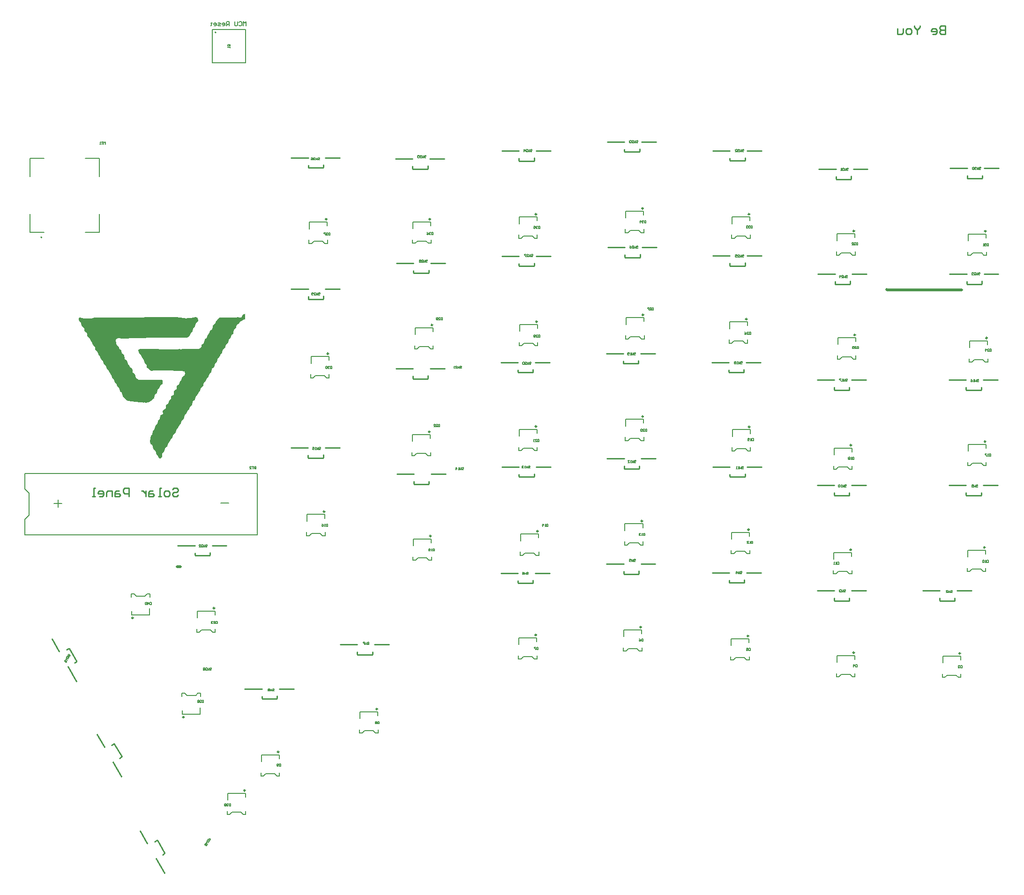
<source format=gbo>
G04*
G04 #@! TF.GenerationSoftware,Altium Limited,Altium Designer,24.10.1 (45)*
G04*
G04 Layer_Color=32896*
%FSLAX44Y44*%
%MOMM*%
G71*
G04*
G04 #@! TF.SameCoordinates,C5D54C42-AD36-42D0-BC00-7EC9B4A80EB1*
G04*
G04*
G04 #@! TF.FilePolarity,Positive*
G04*
G01*
G75*
%ADD10C,0.2540*%
%ADD13C,0.2000*%
%ADD14C,0.1524*%
%ADD16C,0.1270*%
%ADD163C,0.5080*%
G36*
X415902Y463025D02*
Y462508D01*
Y454758D01*
X414094Y454500D01*
X412027Y453983D01*
X407894Y451400D01*
X406860Y450883D01*
X405569Y449075D01*
X405052Y448042D01*
X403244Y446233D01*
X402210Y445717D01*
X400661Y444167D01*
X399885Y441325D01*
X399369Y439258D01*
X395752Y435642D01*
X394719Y430992D01*
X394202Y428925D01*
X392911Y427634D01*
X391877Y427117D01*
X389036Y421692D01*
X388519Y420659D01*
X386711Y418850D01*
X385677Y416267D01*
X384902Y413425D01*
X382319Y410842D01*
X381027Y409034D01*
X380252Y405676D01*
X379736Y403609D01*
X376636Y401542D01*
X376119Y400509D01*
X375344Y399734D01*
X374569Y394826D01*
X371986Y392242D01*
X370436Y389659D01*
X369403Y387076D01*
X366303Y383976D01*
X365786Y381909D01*
X364753Y378293D01*
X361136Y374676D01*
X360619Y370543D01*
X359586Y367959D01*
X358294Y367184D01*
X357261Y366668D01*
X355969Y365376D01*
X354420Y359176D01*
X353128Y357885D01*
X352094Y357368D01*
X350286Y354010D01*
X349253Y351426D01*
X347703Y349876D01*
X346153Y347293D01*
X344603Y343676D01*
X340986Y340060D01*
X340470Y336960D01*
X339953Y334893D01*
X337628Y332568D01*
X336595Y332052D01*
X336078Y331018D01*
X334270Y326110D01*
X333236Y325077D01*
X329620Y318360D01*
X326778Y315518D01*
X325486Y310094D01*
X324195Y308802D01*
X323162Y308285D01*
X321870Y306994D01*
X320837Y304410D01*
X319803Y300277D01*
X319028Y299502D01*
X317995Y298985D01*
X316703Y297177D01*
X316187Y296144D01*
X314637Y292527D01*
X312312Y290202D01*
X311020Y286844D01*
X309987Y284261D01*
X309212Y284002D01*
X308179Y282969D01*
X307145Y282452D01*
X306370Y281161D01*
X305337Y277027D01*
X304562Y274702D01*
X303529Y274186D01*
X302754Y273411D01*
X300687Y269794D01*
X299654Y266178D01*
X298104Y264628D01*
X295004Y258944D01*
X291904Y255844D01*
X291387Y253778D01*
X290354Y250161D01*
X289062Y248869D01*
X288029Y248353D01*
X286220Y246028D01*
X285704Y243961D01*
X284671Y241378D01*
X283120Y239828D01*
X280537Y235178D01*
X276921Y230011D01*
X276404Y227945D01*
X275371Y225361D01*
X274596Y224587D01*
X273562Y224070D01*
X271237Y221745D01*
X270721Y219678D01*
X269171Y216062D01*
X268654Y215028D01*
X266071Y212445D01*
X265554Y206762D01*
X265037Y204695D01*
X262196Y203403D01*
X259871Y204179D01*
X257288Y208828D01*
X256771Y209862D01*
X255738Y210895D01*
X254704Y213478D01*
X253671Y217095D01*
X251863Y218903D01*
X250829Y219420D01*
X249538Y221228D01*
X249021Y224845D01*
X247988Y227428D01*
X246696Y228720D01*
X245663Y229236D01*
X244371Y230528D01*
X243854Y233628D01*
X244371Y240345D01*
X245404Y243961D01*
X247988Y247578D01*
X248504Y251194D01*
X249538Y253778D01*
X251088Y255328D01*
X252379Y257136D01*
X253671Y262561D01*
X255738Y264628D01*
X257029Y266436D01*
X257804Y269794D01*
X259096Y272636D01*
X260129Y273153D01*
X261938Y274961D01*
X262454Y279094D01*
X263487Y281677D01*
X266329Y282969D01*
X267621Y284261D01*
X267104Y288394D01*
X268137Y290977D01*
X272271Y293561D01*
X272787Y299760D01*
X274079Y301052D01*
X275112Y301569D01*
X276921Y303377D01*
X277437Y304410D01*
X278471Y308027D01*
X279246Y308802D01*
X281570Y311644D01*
X282087Y313710D01*
X283120Y316294D01*
X285445Y317585D01*
X286996Y319135D01*
X286737Y323527D01*
X287770Y326110D01*
X290612Y327402D01*
X291904Y328693D01*
X292420Y334377D01*
X293712Y335668D01*
X294745Y336185D01*
X296554Y337993D01*
X297329Y339801D01*
X298104Y343160D01*
X300429Y345485D01*
X302237Y350393D01*
X303012Y351168D01*
X305595Y352718D01*
X306887Y354010D01*
X307404Y356593D01*
X306370Y360210D01*
X305595Y360984D01*
X301462Y361501D01*
X271496Y362018D01*
X269946Y362534D01*
X249538Y362276D01*
X246954Y361759D01*
X244629Y362018D01*
X241013Y365634D01*
X239979Y366151D01*
X238171Y367959D01*
X237654Y371576D01*
X237138Y373643D01*
X236363Y374418D01*
X234555Y375709D01*
X233263Y377518D01*
X232488Y380876D01*
X231455Y383459D01*
X229130Y385784D01*
X227838Y389142D01*
X227321Y391209D01*
X225513Y393017D01*
X224480Y393534D01*
X224221Y394309D01*
X223188Y395342D01*
X222671Y399476D01*
X223705Y400509D01*
X225771Y401026D01*
X294229Y400767D01*
X295779Y401284D01*
X300945Y400767D01*
X302495Y401284D01*
X303787Y401026D01*
X331945Y401284D01*
X335561Y402834D01*
X336595Y405417D01*
X337370Y408775D01*
X338661Y410067D01*
X339695Y410584D01*
X341503Y412392D01*
X342020Y414975D01*
X342536Y418592D01*
X343311Y419367D01*
X344345Y419884D01*
X346153Y421692D01*
X346928Y423500D01*
X347703Y426342D01*
X349770Y428409D01*
X351320Y430992D01*
X352353Y434608D01*
X356486Y437192D01*
X357003Y441842D01*
X357778Y444167D01*
X360361Y445717D01*
X362169Y449075D01*
X363203Y451658D01*
X363978Y452433D01*
X365011Y452950D01*
X366819Y455275D01*
X367336Y456308D01*
X369403Y458375D01*
X391361Y458116D01*
X398077Y457600D01*
X399627Y458116D01*
X403244Y458633D01*
X404794Y458116D01*
X409185Y458375D01*
X411769Y463025D01*
X413577Y464316D01*
X415644Y464833D01*
X415902Y463025D01*
D02*
G37*
G36*
X293712Y458633D02*
X295779Y458116D01*
X297329Y457600D01*
X306628Y457083D01*
X308179Y456566D01*
X312053Y456825D01*
X317737Y457341D01*
X321870Y457858D01*
X326778Y458633D01*
X328845Y458116D01*
X330136Y456825D01*
X330653Y451658D01*
X327037Y448042D01*
X325486Y441842D01*
X324712Y441067D01*
X322903Y439775D01*
X321612Y437967D01*
X320837Y433059D01*
X317220Y429442D01*
X315153Y424275D01*
X312828Y422467D01*
X309729Y421950D01*
X308179Y421434D01*
X304820Y421692D01*
X257546Y421434D01*
X216730Y420917D01*
X193997Y419884D01*
X187280Y420400D01*
X183664Y419884D01*
X182372Y418592D01*
X182889Y410842D01*
X183405Y408775D01*
X184180Y408000D01*
X185214Y407484D01*
X185989Y406709D01*
X187539Y404126D01*
X188572Y401542D01*
X189347Y400767D01*
X190380Y400251D01*
X192188Y397926D01*
X192705Y393792D01*
X193480Y393017D01*
X196063Y391467D01*
X197355Y390176D01*
X197872Y383459D01*
X200197Y382168D01*
X202005Y380359D01*
X203038Y377776D01*
X204330Y374418D01*
X206913Y371318D01*
X207688Y368476D01*
X210530Y366151D01*
X211563Y365634D01*
X212597Y363051D01*
X212338Y358660D01*
X213113Y357885D01*
X216730Y355818D01*
X217763Y353235D01*
X218280Y348585D01*
X221121Y346776D01*
X223705Y345743D01*
X226288Y345226D01*
X247213Y345485D01*
X248763Y344968D01*
X263746Y345485D01*
X265812Y344968D01*
X266587Y344193D01*
X267104Y340577D01*
X266587Y338510D01*
X265296Y337218D01*
X264263Y336702D01*
X263487Y335927D01*
X262196Y334118D01*
X260904Y330760D01*
X258321Y328177D01*
X257288Y325593D01*
X256254Y321977D01*
X255479Y321202D01*
X254446Y320685D01*
X253154Y319394D01*
X252638Y316810D01*
X251604Y312677D01*
X250829Y311902D01*
X249796Y311385D01*
X245663Y307252D01*
X241013Y304669D01*
X235330Y304152D01*
X233780Y304669D01*
X232230Y304152D01*
X229905Y304410D01*
X225771Y304927D01*
X218797Y305702D01*
X210013Y306735D01*
X204847Y307252D01*
X201230Y308285D01*
X198905Y311127D01*
X198388Y312160D01*
X196322Y314227D01*
X195805Y315260D01*
X195030Y316035D01*
X194255Y319394D01*
X193222Y321977D01*
X191930Y323268D01*
X190897Y323785D01*
X188572Y328177D01*
X187539Y330760D01*
X186505Y331793D01*
X183922Y336443D01*
X183405Y337477D01*
X182630Y338251D01*
X180305Y341093D01*
X179789Y343676D01*
X178755Y346260D01*
X176947Y348068D01*
X175914Y348585D01*
X175655Y349360D01*
X174880Y350135D01*
X174105Y352976D01*
X173072Y355560D01*
X171522Y357110D01*
X168939Y361759D01*
X168422Y362793D01*
X167389Y363826D01*
X166872Y364860D01*
X166097Y365634D01*
X164289Y370543D01*
X162997Y371834D01*
X161189Y373126D01*
X159897Y374934D01*
X159122Y378293D01*
X158606Y380359D01*
X157831Y381134D01*
X156797Y381651D01*
X156022Y382426D01*
X154472Y385009D01*
X152922Y388626D01*
X151889Y389659D01*
X149823Y393276D01*
X148789Y395859D01*
X148272Y396892D01*
X147498Y397667D01*
X146464Y398184D01*
X145173Y399992D01*
X144656Y403092D01*
Y403609D01*
X144139Y405159D01*
X141039Y408259D01*
X139489Y410842D01*
X138973Y413942D01*
X136906Y416009D01*
X134323Y420659D01*
X133806Y421692D01*
X133031Y422467D01*
X130706Y425309D01*
X130189Y428409D01*
X129156Y430992D01*
X128381Y431250D01*
X125540Y434092D01*
X125023Y437708D01*
X124506Y439775D01*
X123731Y440550D01*
X122698Y441067D01*
X120373Y443392D01*
X119340Y447525D01*
X118048Y450367D01*
X117015Y450883D01*
X115981Y451917D01*
X114948Y454500D01*
X115206Y456825D01*
X115981Y457600D01*
X118565Y458116D01*
X121148Y457083D01*
X124764Y456566D01*
X126314Y456050D01*
X129673Y456308D01*
X137681Y456050D01*
X141298Y457083D01*
X143364Y457600D01*
X162481Y458116D01*
X166097Y457600D01*
X197872Y458375D01*
X268654Y458891D01*
X293712Y458633D01*
D02*
G37*
D10*
X213825Y-85090D02*
G03*
X213825Y-85090I-1481J0D01*
G01*
X305519Y-264414D02*
G03*
X305519Y-264414I-1481J0D01*
G01*
X416009Y-397002D02*
G03*
X416009Y-397002I-1481J0D01*
G01*
X360891Y-67564D02*
G03*
X360891Y-67564I-1481J0D01*
G01*
X476969Y-327406D02*
G03*
X476969Y-327406I-1481J0D01*
G01*
X655023Y-249682D02*
G03*
X655023Y-249682I-1481J0D01*
G01*
X1511511Y227076D02*
G03*
X1511511Y227076I-1481J0D01*
G01*
X1327869Y260350D02*
G03*
X1327869Y260350I-1481J0D01*
G01*
X1135349Y279026D02*
G03*
X1135349Y279026I-1481J0D01*
G01*
X942563Y260992D02*
G03*
X942563Y260992I-1481J0D01*
G01*
X749765Y251460D02*
G03*
X749765Y251460I-1481J0D01*
G01*
X1708107Y-149098D02*
G03*
X1708107Y-149098I-1481J0D01*
G01*
X1516591Y-147828D02*
G03*
X1516591Y-147828I-1481J0D01*
G01*
X1325583Y-117602D02*
G03*
X1325583Y-117602I-1481J0D01*
G01*
X1131781Y-101600D02*
G03*
X1131781Y-101600I-1481J0D01*
G01*
X942297Y-115824D02*
G03*
X942297Y-115824I-1481J0D01*
G01*
X559671Y107094D02*
G03*
X559671Y107094I-1481J0D01*
G01*
X751797Y62992D02*
G03*
X751797Y62992I-1481J0D01*
G01*
X945345Y71628D02*
G03*
X945345Y71628I-1481J0D01*
G01*
X1133813Y90170D02*
G03*
X1133813Y90170I-1481J0D01*
G01*
X1326599Y74676D02*
G03*
X1326599Y74676I-1481J0D01*
G01*
X1511257Y38354D02*
G03*
X1511257Y38354I-1481J0D01*
G01*
X1752811Y42418D02*
G03*
X1752811Y42418I-1481J0D01*
G01*
X1753827Y233934D02*
G03*
X1753827Y233934I-1481J0D01*
G01*
X1756621Y421132D02*
G03*
X1756621Y421132I-1481J0D01*
G01*
X1518381Y426600D02*
G03*
X1518381Y426600I-1481J0D01*
G01*
X1322789Y455168D02*
G03*
X1322789Y455168I-1481J0D01*
G01*
X1135845Y462788D02*
G03*
X1135845Y462788I-1481J0D01*
G01*
X943567Y450596D02*
G03*
X943567Y450596I-1481J0D01*
G01*
X754591Y444500D02*
G03*
X754591Y444500I-1481J0D01*
G01*
X566631Y392684D02*
G03*
X566631Y392684I-1481J0D01*
G01*
X563685Y635668D02*
G03*
X563685Y635668I-1481J0D01*
G01*
X750781Y635762D02*
G03*
X750781Y635762I-1481J0D01*
G01*
X942563Y644786D02*
G03*
X942563Y644786I-1481J0D01*
G01*
X1135095Y655200D02*
G03*
X1135095Y655200I-1481J0D01*
G01*
X1327373Y644786D02*
G03*
X1327373Y644786I-1481J0D01*
G01*
X1516857Y614306D02*
G03*
X1516857Y614306I-1481J0D01*
G01*
X1754335Y614172D02*
G03*
X1754335Y614172I-1481J0D01*
G01*
X254775Y-519537D02*
X270142Y-546153D01*
X226073Y-469823D02*
X239154Y-492480D01*
X252324Y-489276D02*
X256284Y-486990D01*
X257325Y-487269D01*
X270278Y-509706D01*
X270000Y-510747D02*
X270278Y-509706D01*
X266480Y-512779D02*
X270000Y-510747D01*
X188891Y-338571D02*
X192411Y-336539D01*
X192689Y-335498D01*
X179736Y-313061D02*
X192689Y-335498D01*
X178695Y-312782D02*
X179736Y-313061D01*
X174735Y-315068D02*
X178695Y-312782D01*
X148484Y-295615D02*
X161565Y-318272D01*
X177186Y-345329D02*
X192553Y-371945D01*
X95398Y-172863D02*
X110765Y-199479D01*
X66696Y-123149D02*
X79777Y-145806D01*
X92947Y-142602D02*
X96907Y-140316D01*
X97948Y-140595D01*
X110901Y-163032D01*
X110623Y-164073D02*
X110901Y-163032D01*
X107103Y-166105D02*
X110623Y-164073D01*
X294111Y46034D02*
X324846D01*
X356087D02*
X382249D01*
X352277Y28454D02*
Y33026D01*
X351516Y27692D02*
X352277Y28454D01*
X325607Y27692D02*
X351516D01*
X324846Y28454D02*
X325607Y27692D01*
X324846Y28454D02*
Y32518D01*
X415239Y-213064D02*
X445973D01*
X477215D02*
X503377D01*
X473405Y-230644D02*
Y-226072D01*
X472643Y-231406D02*
X473405Y-230644D01*
X446735Y-231406D02*
X472643D01*
X445973Y-230644D02*
X446735Y-231406D01*
X445973Y-230644D02*
Y-226580D01*
X587735Y-133289D02*
X618469D01*
X649711D02*
X675873D01*
X645901Y-150870D02*
Y-146298D01*
X645139Y-151631D02*
X645901Y-150870D01*
X619231Y-151631D02*
X645139D01*
X618469Y-150870D02*
X619231Y-151631D01*
X618469Y-150870D02*
Y-146805D01*
X498856Y509524D02*
X529590D01*
X560832D02*
X586994D01*
X557022Y491944D02*
Y496516D01*
X556260Y491182D02*
X557022Y491944D01*
X530352Y491182D02*
X556260D01*
X529590Y491944D02*
X530352Y491182D01*
X529590Y491944D02*
Y496008D01*
X1452351Y726501D02*
X1483085D01*
X1514327D02*
X1540489D01*
X1510517Y708921D02*
Y713493D01*
X1509755Y708159D02*
X1510517Y708921D01*
X1483847Y708159D02*
X1509755D01*
X1483085Y708921D02*
X1483847Y708159D01*
X1483085Y708921D02*
Y712985D01*
X1260579Y759747D02*
X1291313D01*
X1322555D02*
X1348717D01*
X1318745Y742167D02*
Y746739D01*
X1317983Y741405D02*
X1318745Y742167D01*
X1292075Y741405D02*
X1317983D01*
X1291313Y742167D02*
X1292075Y741405D01*
X1291313Y742167D02*
Y746231D01*
X1070081Y775777D02*
X1100815D01*
X1132057D02*
X1158219D01*
X1128247Y758196D02*
Y762768D01*
X1127485Y757434D02*
X1128247Y758196D01*
X1101577Y757434D02*
X1127485D01*
X1100815Y758196D02*
X1101577Y757434D01*
X1100815Y758196D02*
Y762261D01*
X879581Y759520D02*
X910315D01*
X941557D02*
X967719D01*
X937747Y741941D02*
Y746513D01*
X936985Y741179D02*
X937747Y741941D01*
X911077Y741179D02*
X936985D01*
X910315Y741941D02*
X911077Y741179D01*
X910315Y741941D02*
Y746004D01*
X719809Y538966D02*
Y543030D01*
Y538966D02*
X720571Y538204D01*
X746479D01*
X747241Y538966D01*
Y543538D01*
X751051Y556546D02*
X777213D01*
X689075D02*
X719809D01*
X910310Y551666D02*
Y555730D01*
Y551666D02*
X911072Y550904D01*
X936980D01*
X937742Y551666D01*
Y556238D01*
X941552Y569246D02*
X967714D01*
X879576D02*
X910310D01*
X1101831Y567442D02*
Y571506D01*
Y567442D02*
X1102593Y566680D01*
X1128501D01*
X1129263Y567442D01*
Y572014D01*
X1133073Y585022D02*
X1159235D01*
X1071097D02*
X1101831D01*
X1291569Y552203D02*
Y556267D01*
Y552203D02*
X1292331Y551441D01*
X1318239D01*
X1319001Y552203D01*
Y556775D01*
X1322811Y569783D02*
X1348973D01*
X1260835D02*
X1291569D01*
X1481307Y519183D02*
Y523247D01*
Y519183D02*
X1482069Y518421D01*
X1507977D01*
X1508739Y519183D01*
Y523755D01*
X1512549Y536763D02*
X1538711D01*
X1450573D02*
X1481307D01*
X1480017Y327679D02*
Y331743D01*
Y327679D02*
X1480779Y326917D01*
X1506687D01*
X1507449Y327679D01*
Y332251D01*
X1511259Y345259D02*
X1537421D01*
X1449283D02*
X1480017D01*
X1289516Y359429D02*
Y363493D01*
Y359429D02*
X1290278Y358667D01*
X1316186D01*
X1316948Y359429D01*
Y364001D01*
X1320758Y377009D02*
X1346920D01*
X1258782D02*
X1289516D01*
X1099014Y375406D02*
Y379469D01*
Y375406D02*
X1099776Y374644D01*
X1125684D01*
X1126446Y375406D01*
Y379977D01*
X1130256Y392985D02*
X1156418D01*
X1068280D02*
X1099014D01*
X908513Y359429D02*
Y363493D01*
Y359429D02*
X909275Y358667D01*
X935183D01*
X935945Y359429D01*
Y364001D01*
X939755Y377009D02*
X965917D01*
X877779D02*
X908513D01*
X718799Y348240D02*
Y352304D01*
Y348240D02*
X719561Y347478D01*
X745469D01*
X746231Y348240D01*
Y352812D01*
X750041Y365820D02*
X776203D01*
X688065D02*
X718799D01*
X498581Y222565D02*
X529315D01*
X560557D02*
X586719D01*
X556747Y204984D02*
Y209557D01*
X555985Y204223D02*
X556747Y204984D01*
X530077Y204223D02*
X555985D01*
X529315Y204984D02*
X530077Y204223D01*
X529315Y204984D02*
Y209049D01*
X720344Y157480D02*
Y161544D01*
Y157480D02*
X721106Y156718D01*
X747014D01*
X747776Y157480D01*
Y162052D01*
X751586Y175060D02*
X777748D01*
X689610D02*
X720344D01*
X910310Y170663D02*
Y174727D01*
Y170663D02*
X911072Y169901D01*
X936980D01*
X937742Y170663D01*
Y175235D01*
X941552Y188243D02*
X967714D01*
X879576D02*
X910310D01*
X1100307Y185173D02*
Y189237D01*
Y185173D02*
X1101069Y184411D01*
X1126977D01*
X1127739Y185173D01*
Y189745D01*
X1131549Y202753D02*
X1157711D01*
X1069573D02*
X1100307D01*
X1291313Y170663D02*
Y174727D01*
Y170663D02*
X1292075Y169901D01*
X1317983D01*
X1318745Y170663D01*
Y175235D01*
X1322555Y188243D02*
X1348717D01*
X1260579D02*
X1291313D01*
X1480017Y137177D02*
Y141241D01*
Y137177D02*
X1480779Y136415D01*
X1506687D01*
X1507449Y137177D01*
Y141749D01*
X1511259Y154757D02*
X1537421D01*
X1449283D02*
X1480017D01*
X877779Y-3994D02*
X908513D01*
X939755D02*
X965917D01*
X935945Y-21574D02*
Y-17002D01*
X935183Y-22336D02*
X935945Y-21574D01*
X909275Y-22336D02*
X935183D01*
X908513Y-21574D02*
X909275Y-22336D01*
X908513Y-21574D02*
Y-17510D01*
X1068811Y12760D02*
X1099545D01*
X1130787D02*
X1156949D01*
X1126977Y-4820D02*
Y-248D01*
X1126215Y-5582D02*
X1126977Y-4820D01*
X1100307Y-5582D02*
X1126215D01*
X1099545Y-4820D02*
X1100307Y-5582D01*
X1099545Y-4820D02*
Y-756D01*
X1259565Y-3241D02*
X1290299D01*
X1321541D02*
X1347703D01*
X1317731Y-20821D02*
Y-16249D01*
X1316969Y-21583D02*
X1317731Y-20821D01*
X1291061Y-21583D02*
X1316969D01*
X1290299Y-20821D02*
X1291061Y-21583D01*
X1290299Y-20821D02*
Y-16757D01*
X1480017Y-53324D02*
Y-49260D01*
Y-53324D02*
X1480779Y-54086D01*
X1506687D01*
X1507449Y-53324D01*
Y-48752D01*
X1511259Y-35744D02*
X1537421D01*
X1449283D02*
X1480017D01*
X1670518Y-53324D02*
Y-49260D01*
Y-53324D02*
X1671280Y-54086D01*
X1697188D01*
X1697950Y-53324D01*
Y-48752D01*
X1701760Y-35744D02*
X1727922D01*
X1639784D02*
X1670518D01*
X1687410Y154757D02*
X1718143D01*
X1749386D02*
X1775547D01*
X1745576Y137177D02*
Y141749D01*
X1744814Y136415D02*
X1745576Y137177D01*
X1718905Y136415D02*
X1744814D01*
X1718143Y137177D02*
X1718905Y136415D01*
X1718143Y137177D02*
Y141241D01*
X1718144Y327679D02*
Y331743D01*
Y327679D02*
X1718906Y326917D01*
X1744814D01*
X1745576Y327679D01*
Y332251D01*
X1749386Y345259D02*
X1775548D01*
X1687410D02*
X1718144D01*
X1688571Y536763D02*
X1719306D01*
X1750547D02*
X1776709D01*
X1746738Y519183D02*
Y523755D01*
X1745975Y518421D02*
X1746738Y519183D01*
X1720067Y518421D02*
X1745975D01*
X1719306Y519183D02*
X1720067Y518421D01*
X1719306Y519183D02*
Y523247D01*
X1689333Y727770D02*
X1720067D01*
X1751309D02*
X1777471D01*
X1747499Y710190D02*
Y714762D01*
X1746737Y709428D02*
X1747499Y710190D01*
X1720829Y709428D02*
X1746737D01*
X1720067Y710190D02*
X1720829Y709428D01*
X1720067Y710190D02*
Y714254D01*
X529590Y729434D02*
Y733498D01*
Y729434D02*
X530352Y728672D01*
X556260D01*
X557022Y729434D01*
Y734006D01*
X560832Y747014D02*
X586994D01*
X498856D02*
X529590D01*
X687324Y744982D02*
X718058D01*
X749300D02*
X775462D01*
X745490Y727402D02*
Y731974D01*
X744728Y726640D02*
X745490Y727402D01*
X718820Y726640D02*
X744728D01*
X718058Y727402D02*
X718820Y726640D01*
X718058Y727402D02*
Y731466D01*
X284483Y147062D02*
X287022Y149601D01*
X292101D01*
X294640Y147062D01*
Y144523D01*
X292101Y141983D01*
X287022D01*
X284483Y139444D01*
Y136905D01*
X287022Y134366D01*
X292101D01*
X294640Y136905D01*
X276866Y134366D02*
X271787D01*
X269248Y136905D01*
Y141983D01*
X271787Y144523D01*
X276866D01*
X279405Y141983D01*
Y136905D01*
X276866Y134366D01*
X264170D02*
X259091D01*
X261631D01*
Y149601D01*
X264170D01*
X248935Y144523D02*
X243856D01*
X241317Y141983D01*
Y134366D01*
X248935D01*
X251474Y136905D01*
X248935Y139444D01*
X241317D01*
X236239Y144523D02*
Y134366D01*
Y139444D01*
X233700Y141983D01*
X231161Y144523D01*
X228621D01*
X205769Y134366D02*
Y149601D01*
X198151D01*
X195612Y147062D01*
Y141983D01*
X198151Y139444D01*
X205769D01*
X187994Y144523D02*
X182916D01*
X180377Y141983D01*
Y134366D01*
X187994D01*
X190534Y136905D01*
X187994Y139444D01*
X180377D01*
X175299Y134366D02*
Y144523D01*
X167681D01*
X165142Y141983D01*
Y134366D01*
X152446D02*
X157524D01*
X160063Y136905D01*
Y141983D01*
X157524Y144523D01*
X152446D01*
X149907Y141983D01*
Y139444D01*
X160063D01*
X144829Y134366D02*
X139750D01*
X142289D01*
Y149601D01*
X144829D01*
X1680464Y985515D02*
Y970280D01*
X1672847D01*
X1670307Y972819D01*
Y975358D01*
X1672847Y977897D01*
X1680464D01*
X1672847D01*
X1670307Y980437D01*
Y982976D01*
X1672847Y985515D01*
X1680464D01*
X1657611Y970280D02*
X1662690D01*
X1665229Y972819D01*
Y977897D01*
X1662690Y980437D01*
X1657611D01*
X1655072Y977897D01*
Y975358D01*
X1665229D01*
X1634759Y985515D02*
Y982976D01*
X1629680Y977897D01*
X1624602Y982976D01*
Y985515D01*
X1629680Y977897D02*
Y970280D01*
X1616985D02*
X1611906D01*
X1609367Y972819D01*
Y977897D01*
X1611906Y980437D01*
X1616985D01*
X1619524Y977897D01*
Y972819D01*
X1616985Y970280D01*
X1604289Y980437D02*
Y972819D01*
X1601750Y970280D01*
X1594132D01*
Y980437D01*
D13*
X363204Y973328D02*
G03*
X363204Y973328I-1000J0D01*
G01*
X48662Y602942D02*
G03*
X48662Y602942I-1000J0D01*
G01*
D14*
X242824Y-80010D02*
Y-67818D01*
X218948Y-45720D02*
X234696D01*
X243586Y-47854D02*
Y-41529D01*
X210566Y-80010D02*
X242824D01*
X210566D02*
Y-73152D01*
X210058Y-47854D02*
Y-41529D01*
X214757D02*
X218948Y-45720D01*
X210058Y-41529D02*
X214757D01*
X234696Y-45720D02*
X238887Y-41529D01*
X243586D01*
X330581Y-220853D02*
X335280D01*
X326390Y-225044D02*
X330581Y-220853D01*
X301752D02*
X306451D01*
X310642Y-225044D01*
X301752Y-227178D02*
Y-220853D01*
X302260Y-259334D02*
Y-252476D01*
Y-259334D02*
X334518D01*
X335280Y-227178D02*
Y-220853D01*
X310642Y-225044D02*
X326390D01*
X334518Y-259334D02*
Y-247142D01*
X383286Y-440563D02*
X387985D01*
X392176Y-436372D01*
X412115Y-440563D02*
X416814D01*
X407924Y-436372D02*
X412115Y-440563D01*
X416814D02*
Y-434238D01*
X416306Y-408940D02*
Y-402082D01*
X384048D02*
X416306D01*
X383286Y-440563D02*
Y-434238D01*
X392176Y-436372D02*
X407924D01*
X384048Y-414274D02*
Y-402082D01*
X328930Y-84836D02*
Y-72644D01*
X337058Y-106934D02*
X352806D01*
X328168Y-111125D02*
Y-104800D01*
X328930Y-72644D02*
X361188D01*
Y-79502D02*
Y-72644D01*
X361696Y-111125D02*
Y-104800D01*
X352806Y-106934D02*
X356997Y-111125D01*
X361696D01*
X332867D02*
X337058Y-106934D01*
X328168Y-111125D02*
X332867D01*
X444246Y-370967D02*
X448945D01*
X453136Y-366776D01*
X473075Y-370967D02*
X477774D01*
X468884Y-366776D02*
X473075Y-370967D01*
X477774D02*
Y-364642D01*
X477266Y-339344D02*
Y-332486D01*
X445008D02*
X477266D01*
X444246Y-370967D02*
Y-364642D01*
X453136Y-366776D02*
X468884D01*
X445008Y-344678D02*
Y-332486D01*
X623062Y-266954D02*
Y-254762D01*
X631190Y-289052D02*
X646938D01*
X622300Y-293243D02*
Y-286918D01*
X623062Y-254762D02*
X655320D01*
Y-261620D02*
Y-254762D01*
X655828Y-293243D02*
Y-286918D01*
X646938Y-289052D02*
X651129Y-293243D01*
X655828D01*
X626999D02*
X631190Y-289052D01*
X622300Y-293243D02*
X626999D01*
X1479550Y209804D02*
Y221996D01*
X1487678Y187706D02*
X1503426D01*
X1478788Y183515D02*
Y189840D01*
X1479550Y221996D02*
X1511808D01*
Y215138D02*
Y221996D01*
X1512316Y183515D02*
Y189840D01*
X1503426Y187706D02*
X1507617Y183515D01*
X1512316D01*
X1483487D02*
X1487678Y187706D01*
X1478788Y183515D02*
X1483487D01*
X1295146Y216789D02*
X1299845D01*
X1304036Y220980D01*
X1323975Y216789D02*
X1328674D01*
X1319784Y220980D02*
X1323975Y216789D01*
X1328674D02*
Y223114D01*
X1328166Y248412D02*
Y255270D01*
X1295908D02*
X1328166D01*
X1295146Y216789D02*
Y223114D01*
X1304036Y220980D02*
X1319784D01*
X1295908Y243078D02*
Y255270D01*
X1103388Y261754D02*
Y273946D01*
X1111516Y239656D02*
X1127264D01*
X1102626Y235465D02*
Y241790D01*
X1103388Y273946D02*
X1135646D01*
Y267088D02*
Y273946D01*
X1136154Y235465D02*
Y241790D01*
X1127264Y239656D02*
X1131455Y235465D01*
X1136154D01*
X1107325D02*
X1111516Y239656D01*
X1102626Y235465D02*
X1107325D01*
X909840Y217431D02*
X914539D01*
X918730Y221622D01*
X938669Y217431D02*
X943368D01*
X934478Y221622D02*
X938669Y217431D01*
X943368D02*
Y223756D01*
X942860Y249054D02*
Y255912D01*
X910602D02*
X942860D01*
X909840Y217431D02*
Y223756D01*
X918730Y221622D02*
X934478D01*
X910602Y243720D02*
Y255912D01*
X717042Y207899D02*
X721741D01*
X725932Y212090D01*
X745871Y207899D02*
X750570D01*
X741680Y212090D02*
X745871Y207899D01*
X750570D02*
Y214224D01*
X750062Y239522D02*
Y246380D01*
X717804D02*
X750062D01*
X717042Y207899D02*
Y214224D01*
X725932Y212090D02*
X741680D01*
X717804Y234188D02*
Y246380D01*
X1675384Y-192659D02*
X1680083D01*
X1684274Y-188468D01*
X1704213Y-192659D02*
X1708912D01*
X1700022Y-188468D02*
X1704213Y-192659D01*
X1708912D02*
Y-186334D01*
X1708404Y-161036D02*
Y-154178D01*
X1676146D02*
X1708404D01*
X1675384Y-192659D02*
Y-186334D01*
X1684274Y-188468D02*
X1700022D01*
X1676146Y-166370D02*
Y-154178D01*
X1484630Y-165100D02*
Y-152908D01*
X1492758Y-187198D02*
X1508506D01*
X1483868Y-191389D02*
Y-185064D01*
X1484630Y-152908D02*
X1516888D01*
Y-159766D02*
Y-152908D01*
X1517396Y-191389D02*
Y-185064D01*
X1508506Y-187198D02*
X1512697Y-191389D01*
X1517396D01*
X1488567D02*
X1492758Y-187198D01*
X1483868Y-191389D02*
X1488567D01*
X1292860Y-161163D02*
X1297559D01*
X1301750Y-156972D01*
X1321689Y-161163D02*
X1326388D01*
X1317498Y-156972D02*
X1321689Y-161163D01*
X1326388D02*
Y-154838D01*
X1325880Y-129540D02*
Y-122682D01*
X1293622D02*
X1325880D01*
X1292860Y-161163D02*
Y-154838D01*
X1301750Y-156972D02*
X1317498D01*
X1293622Y-134874D02*
Y-122682D01*
X1099820Y-118872D02*
Y-106680D01*
X1107948Y-140970D02*
X1123696D01*
X1099058Y-145161D02*
Y-138836D01*
X1099820Y-106680D02*
X1132078D01*
Y-113538D02*
Y-106680D01*
X1132586Y-145161D02*
Y-138836D01*
X1123696Y-140970D02*
X1127887Y-145161D01*
X1132586D01*
X1103757D02*
X1107948Y-140970D01*
X1099058Y-145161D02*
X1103757D01*
X909574Y-159385D02*
X914273D01*
X918464Y-155194D01*
X938403Y-159385D02*
X943102D01*
X934212Y-155194D02*
X938403Y-159385D01*
X943102D02*
Y-153060D01*
X942594Y-127762D02*
Y-120904D01*
X910336D02*
X942594D01*
X909574Y-159385D02*
Y-153060D01*
X918464Y-155194D02*
X934212D01*
X910336Y-133096D02*
Y-120904D01*
X527710Y89822D02*
Y102014D01*
X535838Y67724D02*
X551586D01*
X526948Y63533D02*
Y69858D01*
X527710Y102014D02*
X559968D01*
Y95156D02*
Y102014D01*
X560476Y63533D02*
Y69858D01*
X551586Y67724D02*
X555777Y63533D01*
X560476D01*
X531647D02*
X535838Y67724D01*
X526948Y63533D02*
X531647D01*
X719074Y19431D02*
X723773D01*
X727964Y23622D01*
X747903Y19431D02*
X752602D01*
X743712Y23622D02*
X747903Y19431D01*
X752602D02*
Y25756D01*
X752094Y51054D02*
Y57912D01*
X719836D02*
X752094D01*
X719074Y19431D02*
Y25756D01*
X727964Y23622D02*
X743712D01*
X719836Y45720D02*
Y57912D01*
X912622Y28067D02*
X917321D01*
X921512Y32258D01*
X941451Y28067D02*
X946150D01*
X937260Y32258D02*
X941451Y28067D01*
X946150D02*
Y34392D01*
X945642Y59690D02*
Y66548D01*
X913384D02*
X945642D01*
X912622Y28067D02*
Y34392D01*
X921512Y32258D02*
X937260D01*
X913384Y54356D02*
Y66548D01*
X1101090Y46609D02*
X1105789D01*
X1109980Y50800D01*
X1129919Y46609D02*
X1134618D01*
X1125728Y50800D02*
X1129919Y46609D01*
X1134618D02*
Y52934D01*
X1134110Y78232D02*
Y85090D01*
X1101852D02*
X1134110D01*
X1101090Y46609D02*
Y52934D01*
X1109980Y50800D02*
X1125728D01*
X1101852Y72898D02*
Y85090D01*
X1294638Y57404D02*
Y69596D01*
X1302766Y35306D02*
X1318514D01*
X1293876Y31115D02*
Y37440D01*
X1294638Y69596D02*
X1326896D01*
Y62738D02*
Y69596D01*
X1327404Y31115D02*
Y37440D01*
X1318514Y35306D02*
X1322705Y31115D01*
X1327404D01*
X1298575D02*
X1302766Y35306D01*
X1293876Y31115D02*
X1298575D01*
X1478534Y-5207D02*
X1483233D01*
X1487424Y-1016D01*
X1507363Y-5207D02*
X1512062D01*
X1503172Y-1016D02*
X1507363Y-5207D01*
X1512062D02*
Y1118D01*
X1511554Y26416D02*
Y33274D01*
X1479296D02*
X1511554D01*
X1478534Y-5207D02*
Y1118D01*
X1487424Y-1016D02*
X1503172D01*
X1479296Y21082D02*
Y33274D01*
X1720850Y25146D02*
Y37338D01*
X1728978Y3048D02*
X1744726D01*
X1720088Y-1143D02*
Y5182D01*
X1720850Y37338D02*
X1753108D01*
Y30480D02*
Y37338D01*
X1753616Y-1143D02*
Y5182D01*
X1744726Y3048D02*
X1748917Y-1143D01*
X1753616D01*
X1724787D02*
X1728978Y3048D01*
X1720088Y-1143D02*
X1724787D01*
X1721104Y190373D02*
X1725803D01*
X1729994Y194564D01*
X1749933Y190373D02*
X1754632D01*
X1745742Y194564D02*
X1749933Y190373D01*
X1754632D02*
Y196698D01*
X1754124Y221996D02*
Y228854D01*
X1721866D02*
X1754124D01*
X1721104Y190373D02*
Y196698D01*
X1729994Y194564D02*
X1745742D01*
X1721866Y216662D02*
Y228854D01*
X1724660Y403860D02*
Y416052D01*
X1732788Y381762D02*
X1748536D01*
X1723898Y377571D02*
Y383896D01*
X1724660Y416052D02*
X1756918D01*
Y409194D02*
Y416052D01*
X1757426Y377571D02*
Y383896D01*
X1748536Y381762D02*
X1752727Y377571D01*
X1757426D01*
X1728597D02*
X1732788Y381762D01*
X1723898Y377571D02*
X1728597D01*
X1485658Y383039D02*
X1490357D01*
X1494548Y387230D01*
X1514487Y383039D02*
X1519186D01*
X1510296Y387230D02*
X1514487Y383039D01*
X1519186D02*
Y389364D01*
X1518678Y414662D02*
Y421520D01*
X1486420D02*
X1518678D01*
X1485658Y383039D02*
Y389364D01*
X1494548Y387230D02*
X1510296D01*
X1486420Y409328D02*
Y421520D01*
X1290828Y437896D02*
Y450088D01*
X1298956Y415798D02*
X1314704D01*
X1290066Y411607D02*
Y417932D01*
X1290828Y450088D02*
X1323086D01*
Y443230D02*
Y450088D01*
X1323594Y411607D02*
Y417932D01*
X1314704Y415798D02*
X1318895Y411607D01*
X1323594D01*
X1294765D02*
X1298956Y415798D01*
X1290066Y411607D02*
X1294765D01*
X1103884Y445516D02*
Y457708D01*
X1112012Y423418D02*
X1127760D01*
X1103122Y419227D02*
Y425552D01*
X1103884Y457708D02*
X1136142D01*
Y450850D02*
Y457708D01*
X1136650Y419227D02*
Y425552D01*
X1127760Y423418D02*
X1131951Y419227D01*
X1136650D01*
X1107821D02*
X1112012Y423418D01*
X1103122Y419227D02*
X1107821D01*
X911606Y433324D02*
Y445516D01*
X919734Y411226D02*
X935482D01*
X910844Y407035D02*
Y413360D01*
X911606Y445516D02*
X943864D01*
Y438658D02*
Y445516D01*
X944372Y407035D02*
Y413360D01*
X935482Y411226D02*
X939673Y407035D01*
X944372D01*
X915543D02*
X919734Y411226D01*
X910844Y407035D02*
X915543D01*
X722630Y427228D02*
Y439420D01*
X730758Y405130D02*
X746506D01*
X721868Y400939D02*
Y407264D01*
X722630Y439420D02*
X754888D01*
Y432562D02*
Y439420D01*
X755396Y400939D02*
Y407264D01*
X746506Y405130D02*
X750697Y400939D01*
X755396D01*
X726567D02*
X730758Y405130D01*
X721868Y400939D02*
X726567D01*
X534670Y375412D02*
Y387604D01*
X542798Y353314D02*
X558546D01*
X533908Y349123D02*
Y355448D01*
X534670Y387604D02*
X566928D01*
Y380746D02*
Y387604D01*
X567436Y349123D02*
Y355448D01*
X558546Y353314D02*
X562737Y349123D01*
X567436D01*
X538607D02*
X542798Y353314D01*
X533908Y349123D02*
X538607D01*
X531724Y618396D02*
Y630588D01*
X539852Y596298D02*
X555600D01*
X530962Y592107D02*
Y598432D01*
X531724Y630588D02*
X563982D01*
Y623730D02*
Y630588D01*
X564490Y592107D02*
Y598432D01*
X555600Y596298D02*
X559791Y592107D01*
X564490D01*
X535661D02*
X539852Y596298D01*
X530962Y592107D02*
X535661D01*
X718820Y618490D02*
Y630682D01*
X726948Y596392D02*
X742696D01*
X718058Y592201D02*
Y598526D01*
X718820Y630682D02*
X751078D01*
Y623824D02*
Y630682D01*
X751586Y592201D02*
Y598526D01*
X742696Y596392D02*
X746887Y592201D01*
X751586D01*
X722757D02*
X726948Y596392D01*
X718058Y592201D02*
X722757D01*
X909840Y601225D02*
X914539D01*
X918730Y605416D01*
X938669Y601225D02*
X943368D01*
X934478Y605416D02*
X938669Y601225D01*
X943368D02*
Y607550D01*
X942860Y632848D02*
Y639706D01*
X910602D02*
X942860D01*
X909840Y601225D02*
Y607550D01*
X918730Y605416D02*
X934478D01*
X910602Y627514D02*
Y639706D01*
X1103134Y637928D02*
Y650120D01*
X1111262Y615830D02*
X1127010D01*
X1102372Y611639D02*
Y617964D01*
X1103134Y650120D02*
X1135392D01*
Y643262D02*
Y650120D01*
X1135900Y611639D02*
Y617964D01*
X1127010Y615830D02*
X1131201Y611639D01*
X1135900D01*
X1107071D02*
X1111262Y615830D01*
X1102372Y611639D02*
X1107071D01*
X1294650Y601225D02*
X1299349D01*
X1303540Y605416D01*
X1323479Y601225D02*
X1328178D01*
X1319288Y605416D02*
X1323479Y601225D01*
X1328178D02*
Y607550D01*
X1327670Y632848D02*
Y639706D01*
X1295412D02*
X1327670D01*
X1294650Y601225D02*
Y607550D01*
X1303540Y605416D02*
X1319288D01*
X1295412Y627514D02*
Y639706D01*
X1484896Y597034D02*
Y609226D01*
X1493024Y574936D02*
X1508772D01*
X1484134Y570745D02*
Y577070D01*
X1484896Y609226D02*
X1517154D01*
Y602368D02*
Y609226D01*
X1517662Y570745D02*
Y577070D01*
X1508772Y574936D02*
X1512963Y570745D01*
X1517662D01*
X1488833D02*
X1493024Y574936D01*
X1484134Y570745D02*
X1488833D01*
X1721612Y570611D02*
X1726311D01*
X1730502Y574802D01*
X1750441Y570611D02*
X1755140D01*
X1746250Y574802D02*
X1750441Y570611D01*
X1755140D02*
Y576936D01*
X1754632Y602234D02*
Y609092D01*
X1722374D02*
X1754632D01*
X1721612Y570611D02*
Y576936D01*
X1730502Y574802D02*
X1746250D01*
X1722374Y596900D02*
Y609092D01*
X417322Y985266D02*
Y992884D01*
X414783Y990344D01*
X412244Y992884D01*
Y985266D01*
X404626Y991614D02*
X405896Y992884D01*
X408435D01*
X409705Y991614D01*
Y986536D01*
X408435Y985266D01*
X405896D01*
X404626Y986536D01*
X402087Y992884D02*
Y986536D01*
X400817Y985266D01*
X398278D01*
X397009Y986536D01*
Y992884D01*
X386852Y985266D02*
Y992884D01*
X383043D01*
X381773Y991614D01*
Y989075D01*
X383043Y987805D01*
X386852D01*
X384313D02*
X381773Y985266D01*
X375425D02*
X377965D01*
X379234Y986536D01*
Y989075D01*
X377965Y990344D01*
X375425D01*
X374156Y989075D01*
Y987805D01*
X379234D01*
X371617Y985266D02*
X367808D01*
X366538Y986536D01*
X367808Y987805D01*
X370347D01*
X371617Y989075D01*
X370347Y990344D01*
X366538D01*
X360191Y985266D02*
X362730D01*
X363999Y986536D01*
Y989075D01*
X362730Y990344D01*
X360191D01*
X358921Y989075D01*
Y987805D01*
X363999D01*
X355112Y991614D02*
Y990344D01*
X356382D01*
X353843D01*
X355112D01*
Y986536D01*
X353843Y985266D01*
D16*
X356588Y918436D02*
X416588D01*
Y978436D01*
X356588D02*
X416588D01*
X356588Y918436D02*
Y978436D01*
X437584Y65278D02*
Y92900D01*
Y148146D02*
Y175768D01*
X371826Y122936D02*
X385826D01*
X70470Y121920D02*
X84470D01*
X77470Y114920D02*
Y128920D01*
X17584Y175768D02*
X437584D01*
Y92900D02*
Y148146D01*
X17584Y65278D02*
X437584D01*
X25400Y100716D02*
Y140330D01*
X17584Y148146D02*
X25400Y140330D01*
X17584Y148146D02*
Y175768D01*
Y92900D02*
X25400Y100716D01*
X17584Y65278D02*
Y92900D01*
X27162Y611942D02*
Y644942D01*
Y611942D02*
X52662D01*
X126662D02*
X152162D01*
Y644942D01*
X27162Y712942D02*
Y745942D01*
X52662D01*
X126662D02*
X152162D01*
Y712942D02*
Y745942D01*
X385234Y948690D02*
X384557Y949367D01*
Y950721D01*
X385234Y951398D01*
X385911D01*
X386588Y950721D01*
Y949367D01*
X387265Y948690D01*
X387942D01*
X388619Y949367D01*
Y950721D01*
X387942Y951398D01*
X388619Y947336D02*
Y945982D01*
Y946659D01*
X384557D01*
X385234Y947336D01*
X435185Y188467D02*
Y184405D01*
X433154D01*
X432477Y185082D01*
Y185759D01*
X433154Y186436D01*
X435185D01*
X433154D01*
X432477Y187113D01*
Y187790D01*
X433154Y188467D01*
X435185D01*
X431122D02*
X428414D01*
X429768D01*
Y184405D01*
X424351D02*
X427060D01*
X424351Y187113D01*
Y187790D01*
X425028Y188467D01*
X426382D01*
X427060Y187790D01*
X163068Y771652D02*
Y775715D01*
X161714Y774361D01*
X160359Y775715D01*
Y771652D01*
X159005Y775715D02*
X156297D01*
X157651D01*
Y771652D01*
X154943D02*
X153588D01*
X154265D01*
Y775715D01*
X154943Y775038D01*
X93291Y-162770D02*
X93539Y-163695D01*
X92862Y-164868D01*
X91937Y-165116D01*
X91350Y-164777D01*
X91102Y-163852D01*
X91779Y-162679D01*
X91532Y-161754D01*
X90945Y-161416D01*
X90020Y-161664D01*
X89343Y-162836D01*
X89591Y-163761D01*
X94554Y-161936D02*
X91036Y-159904D01*
X92886Y-159409D01*
X92390Y-157559D01*
X95909Y-159590D01*
X95999Y-158079D02*
X96924Y-157831D01*
X97601Y-156658D01*
X97354Y-155733D01*
X96767Y-155395D01*
X95842Y-155642D01*
X95504Y-156229D01*
X95842Y-155642D01*
X95594Y-154718D01*
X95008Y-154379D01*
X94083Y-154627D01*
X93406Y-155800D01*
X93654Y-156725D01*
X95685Y-153206D02*
X95437Y-152281D01*
X96114Y-151108D01*
X97039Y-150861D01*
X99385Y-152215D01*
X99633Y-153140D01*
X98956Y-154312D01*
X98031Y-154560D01*
X97444Y-154222D01*
X97197Y-153297D01*
X98212Y-151538D01*
X352130Y-176192D02*
X352807Y-175515D01*
X354161D01*
X354838Y-176192D01*
Y-176870D01*
X354161Y-177547D01*
X352807D01*
X352130Y-178224D01*
Y-178901D01*
X352807Y-179578D01*
X354161D01*
X354838Y-178901D01*
X350775Y-175515D02*
Y-179578D01*
X349421Y-178224D01*
X348067Y-179578D01*
Y-175515D01*
X346713Y-176192D02*
X346035Y-175515D01*
X344681D01*
X344004Y-176192D01*
Y-176870D01*
X344681Y-177547D01*
X345358D01*
X344681D01*
X344004Y-178224D01*
Y-178901D01*
X344681Y-179578D01*
X346035D01*
X346713Y-178901D01*
X342650Y-176192D02*
X341973Y-175515D01*
X340619D01*
X339941Y-176192D01*
Y-176870D01*
X340619Y-177547D01*
X339941Y-178224D01*
Y-178901D01*
X340619Y-179578D01*
X341973D01*
X342650Y-178901D01*
Y-178224D01*
X341973Y-177547D01*
X342650Y-176870D01*
Y-176192D01*
X341973Y-177547D02*
X340619D01*
X346783Y-494494D02*
X347031Y-495419D01*
X346354Y-496592D01*
X345429Y-496839D01*
X344842Y-496501D01*
X344594Y-495576D01*
X345271Y-494403D01*
X345024Y-493478D01*
X344437Y-493140D01*
X343512Y-493388D01*
X342835Y-494560D01*
X343083Y-495485D01*
X348046Y-493660D02*
X344528Y-491628D01*
X346378Y-491133D01*
X345882Y-489283D01*
X349401Y-491314D01*
X349491Y-489803D02*
X350416Y-489555D01*
X351093Y-488382D01*
X350846Y-487457D01*
X350259Y-487119D01*
X349334Y-487366D01*
X348996Y-487953D01*
X349334Y-487366D01*
X349086Y-486441D01*
X348500Y-486103D01*
X347575Y-486351D01*
X346898Y-487524D01*
X347146Y-488449D01*
X352109Y-486623D02*
X353463Y-484277D01*
X352877Y-483939D01*
X349177Y-484930D01*
X348591Y-484592D01*
X245955Y-56897D02*
Y-60959D01*
X243924D01*
X243246Y-60282D01*
Y-57574D01*
X243924Y-56897D01*
X245955D01*
X239861Y-60959D02*
Y-56897D01*
X241892Y-58928D01*
X239184D01*
X237829Y-57574D02*
X237152Y-56897D01*
X235798D01*
X235121Y-57574D01*
Y-60282D01*
X235798Y-60959D01*
X237152D01*
X237829Y-60282D01*
Y-57574D01*
X340697Y-233935D02*
Y-237997D01*
X338666D01*
X337989Y-237320D01*
Y-234612D01*
X338666Y-233935D01*
X340697D01*
X336634Y-234612D02*
X335957Y-233935D01*
X334603D01*
X333926Y-234612D01*
Y-235289D01*
X334603Y-235966D01*
X335280D01*
X334603D01*
X333926Y-236643D01*
Y-237320D01*
X334603Y-237997D01*
X335957D01*
X336634Y-237320D01*
X332571D02*
X331894Y-237997D01*
X330540D01*
X329863Y-237320D01*
Y-234612D01*
X330540Y-233935D01*
X331894D01*
X332571Y-234612D01*
Y-235289D01*
X331894Y-235966D01*
X329863D01*
X389465Y-421133D02*
Y-425195D01*
X387434D01*
X386757Y-424518D01*
Y-421810D01*
X387434Y-421133D01*
X389465D01*
X385402Y-421810D02*
X384725Y-421133D01*
X383371D01*
X382694Y-421810D01*
Y-422487D01*
X383371Y-423164D01*
X384048D01*
X383371D01*
X382694Y-423841D01*
Y-424518D01*
X383371Y-425195D01*
X384725D01*
X385402Y-424518D01*
X381339Y-421810D02*
X380662Y-421133D01*
X379308D01*
X378631Y-421810D01*
Y-422487D01*
X379308Y-423164D01*
X378631Y-423841D01*
Y-424518D01*
X379308Y-425195D01*
X380662D01*
X381339Y-424518D01*
Y-423841D01*
X380662Y-423164D01*
X381339Y-422487D01*
Y-421810D01*
X380662Y-423164D02*
X379308D01*
X547538Y746282D02*
X548215Y746960D01*
X549569D01*
X550246Y746282D01*
Y745605D01*
X549569Y744928D01*
X548215D01*
X547538Y744251D01*
Y743574D01*
X548215Y742897D01*
X549569D01*
X550246Y743574D01*
X546183Y746960D02*
Y742897D01*
X544829Y744251D01*
X543475Y742897D01*
Y746960D01*
X542121Y746282D02*
X541444Y746960D01*
X540089D01*
X539412Y746282D01*
Y745605D01*
X540089Y744928D01*
X540766D01*
X540089D01*
X539412Y744251D01*
Y743574D01*
X540089Y742897D01*
X541444D01*
X542121Y743574D01*
X535350Y746960D02*
X536704Y746282D01*
X538058Y744928D01*
Y743574D01*
X537381Y742897D01*
X536027D01*
X535350Y743574D01*
Y744251D01*
X536027Y744928D01*
X538058D01*
X739790Y750357D02*
X740467Y751034D01*
X741821D01*
X742498Y750357D01*
Y749679D01*
X741821Y749002D01*
X740467D01*
X739790Y748325D01*
Y747648D01*
X740467Y746971D01*
X741821D01*
X742498Y747648D01*
X738436Y751034D02*
Y746971D01*
X737081Y748325D01*
X735727Y746971D01*
Y751034D01*
X734373Y750357D02*
X733696Y751034D01*
X732342D01*
X731665Y750357D01*
Y749679D01*
X732342Y749002D01*
X733019D01*
X732342D01*
X731665Y748325D01*
Y747648D01*
X732342Y746971D01*
X733696D01*
X734373Y747648D01*
X727602Y751034D02*
X730310D01*
Y749002D01*
X728956Y749679D01*
X728279D01*
X727602Y749002D01*
Y747648D01*
X728279Y746971D01*
X729633D01*
X730310Y747648D01*
X931311Y761075D02*
X931988Y761752D01*
X933343D01*
X934020Y761075D01*
Y760398D01*
X933343Y759721D01*
X931988D01*
X931311Y759043D01*
Y758366D01*
X931988Y757689D01*
X933343D01*
X934020Y758366D01*
X929957Y761752D02*
Y757689D01*
X928603Y759043D01*
X927249Y757689D01*
Y761752D01*
X925894Y761075D02*
X925217Y761752D01*
X923863D01*
X923186Y761075D01*
Y760398D01*
X923863Y759721D01*
X924540D01*
X923863D01*
X923186Y759043D01*
Y758366D01*
X923863Y757689D01*
X925217D01*
X925894Y758366D01*
X919800Y757689D02*
Y761752D01*
X921832Y759721D01*
X919123D01*
X1122573Y777077D02*
X1123250Y777754D01*
X1124604D01*
X1125281Y777077D01*
Y776400D01*
X1124604Y775723D01*
X1123250D01*
X1122573Y775045D01*
Y774368D01*
X1123250Y773691D01*
X1124604D01*
X1125281Y774368D01*
X1121218Y777754D02*
Y773691D01*
X1119864Y775045D01*
X1118510Y773691D01*
Y777754D01*
X1117156Y777077D02*
X1116479Y777754D01*
X1115124D01*
X1114447Y777077D01*
Y776400D01*
X1115124Y775723D01*
X1115801D01*
X1115124D01*
X1114447Y775045D01*
Y774368D01*
X1115124Y773691D01*
X1116479D01*
X1117156Y774368D01*
X1113093Y777077D02*
X1112416Y777754D01*
X1111062D01*
X1110385Y777077D01*
Y776400D01*
X1111062Y775723D01*
X1111739D01*
X1111062D01*
X1110385Y775045D01*
Y774368D01*
X1111062Y773691D01*
X1112416D01*
X1113093Y774368D01*
X1313830Y761329D02*
X1314507Y762006D01*
X1315861D01*
X1316538Y761329D01*
Y760652D01*
X1315861Y759975D01*
X1314507D01*
X1313830Y759297D01*
Y758620D01*
X1314507Y757943D01*
X1315861D01*
X1316538Y758620D01*
X1312476Y762006D02*
Y757943D01*
X1311122Y759297D01*
X1309767Y757943D01*
Y762006D01*
X1308413Y761329D02*
X1307736Y762006D01*
X1306382D01*
X1305705Y761329D01*
Y760652D01*
X1306382Y759975D01*
X1307059D01*
X1306382D01*
X1305705Y759297D01*
Y758620D01*
X1306382Y757943D01*
X1307736D01*
X1308413Y758620D01*
X1301642Y757943D02*
X1304350D01*
X1301642Y760652D01*
Y761329D01*
X1302319Y762006D01*
X1303673D01*
X1304350Y761329D01*
X1502896Y727547D02*
X1503573Y728224D01*
X1504928D01*
X1505605Y727547D01*
Y726870D01*
X1504928Y726192D01*
X1503573D01*
X1502896Y725515D01*
Y724838D01*
X1503573Y724161D01*
X1504928D01*
X1505605Y724838D01*
X1501542Y728224D02*
Y724161D01*
X1500188Y725515D01*
X1498833Y724161D01*
Y728224D01*
X1497479Y727547D02*
X1496802Y728224D01*
X1495448D01*
X1494771Y727547D01*
Y726870D01*
X1495448Y726192D01*
X1496125D01*
X1495448D01*
X1494771Y725515D01*
Y724838D01*
X1495448Y724161D01*
X1496802D01*
X1497479Y724838D01*
X1493417Y724161D02*
X1492062D01*
X1492740D01*
Y728224D01*
X1493417Y727547D01*
X1742079Y729325D02*
X1742756Y730002D01*
X1744110D01*
X1744787Y729325D01*
Y728648D01*
X1744110Y727971D01*
X1742756D01*
X1742079Y727293D01*
Y726616D01*
X1742756Y725939D01*
X1744110D01*
X1744787Y726616D01*
X1740725Y730002D02*
Y725939D01*
X1739371Y727293D01*
X1738016Y725939D01*
Y730002D01*
X1736662Y729325D02*
X1735985Y730002D01*
X1734631D01*
X1733954Y729325D01*
Y728648D01*
X1734631Y727971D01*
X1735308D01*
X1734631D01*
X1733954Y727293D01*
Y726616D01*
X1734631Y725939D01*
X1735985D01*
X1736662Y726616D01*
X1732599Y729325D02*
X1731922Y730002D01*
X1730568D01*
X1729891Y729325D01*
Y726616D01*
X1730568Y725939D01*
X1731922D01*
X1732599Y726616D01*
Y729325D01*
X548046Y502188D02*
X548723Y502865D01*
X550077D01*
X550754Y502188D01*
Y501511D01*
X550077Y500834D01*
X548723D01*
X548046Y500157D01*
Y499480D01*
X548723Y498803D01*
X550077D01*
X550754Y499480D01*
X546691Y502865D02*
Y498803D01*
X545337Y500157D01*
X543983Y498803D01*
Y502865D01*
X539920Y498803D02*
X542629D01*
X539920Y501511D01*
Y502188D01*
X540597Y502865D01*
X541952D01*
X542629Y502188D01*
X538566Y499480D02*
X537889Y498803D01*
X536535D01*
X535858Y499480D01*
Y502188D01*
X536535Y502865D01*
X537889D01*
X538566Y502188D01*
Y501511D01*
X537889Y500834D01*
X535858D01*
X742576Y561685D02*
X743253Y562362D01*
X744607D01*
X745284Y561685D01*
Y561008D01*
X744607Y560331D01*
X743253D01*
X742576Y559653D01*
Y558976D01*
X743253Y558299D01*
X744607D01*
X745284Y558976D01*
X741222Y562362D02*
Y558299D01*
X739867Y559653D01*
X738513Y558299D01*
Y562362D01*
X734451Y558299D02*
X737159D01*
X734451Y561008D01*
Y561685D01*
X735128Y562362D01*
X736482D01*
X737159Y561685D01*
X733096D02*
X732419Y562362D01*
X731065D01*
X730388Y561685D01*
Y561008D01*
X731065Y560331D01*
X730388Y559653D01*
Y558976D01*
X731065Y558299D01*
X732419D01*
X733096Y558976D01*
Y559653D01*
X732419Y560331D01*
X733096Y561008D01*
Y561685D01*
X732419Y560331D02*
X731065D01*
X932570Y571337D02*
X933247Y572014D01*
X934601D01*
X935278Y571337D01*
Y570660D01*
X934601Y569982D01*
X933247D01*
X932570Y569305D01*
Y568628D01*
X933247Y567951D01*
X934601D01*
X935278Y568628D01*
X931216Y572014D02*
Y567951D01*
X929862Y569305D01*
X928507Y567951D01*
Y572014D01*
X924445Y567951D02*
X927153D01*
X924445Y570660D01*
Y571337D01*
X925122Y572014D01*
X926476D01*
X927153Y571337D01*
X923091Y572014D02*
X920382D01*
Y571337D01*
X923091Y568628D01*
Y567951D01*
X1122827Y586831D02*
X1123504Y587508D01*
X1124858D01*
X1125535Y586831D01*
Y586154D01*
X1124858Y585476D01*
X1123504D01*
X1122827Y584799D01*
Y584122D01*
X1123504Y583445D01*
X1124858D01*
X1125535Y584122D01*
X1121472Y587508D02*
Y583445D01*
X1120118Y584799D01*
X1118764Y583445D01*
Y587508D01*
X1114701Y583445D02*
X1117410D01*
X1114701Y586154D01*
Y586831D01*
X1115378Y587508D01*
X1116733D01*
X1117410Y586831D01*
X1110639Y587508D02*
X1111993Y586831D01*
X1113347Y585476D01*
Y584122D01*
X1112670Y583445D01*
X1111316D01*
X1110639Y584122D01*
Y584799D01*
X1111316Y585476D01*
X1113347D01*
X1313835Y570829D02*
X1314512Y571506D01*
X1315866D01*
X1316543Y570829D01*
Y570152D01*
X1315866Y569474D01*
X1314512D01*
X1313835Y568797D01*
Y568120D01*
X1314512Y567443D01*
X1315866D01*
X1316543Y568120D01*
X1312481Y571506D02*
Y567443D01*
X1311126Y568797D01*
X1309772Y567443D01*
Y571506D01*
X1305710Y567443D02*
X1308418D01*
X1305710Y570152D01*
Y570829D01*
X1306387Y571506D01*
X1307741D01*
X1308418Y570829D01*
X1301647Y571506D02*
X1304355D01*
Y569474D01*
X1303001Y570152D01*
X1302324D01*
X1301647Y569474D01*
Y568120D01*
X1302324Y567443D01*
X1303678D01*
X1304355Y568120D01*
X1501287Y533491D02*
X1501964Y534168D01*
X1503319D01*
X1503996Y533491D01*
Y532814D01*
X1503319Y532136D01*
X1501964D01*
X1501287Y531459D01*
Y530782D01*
X1501964Y530105D01*
X1503319D01*
X1503996Y530782D01*
X1499933Y534168D02*
Y530105D01*
X1498579Y531459D01*
X1497225Y530105D01*
Y534168D01*
X1493162Y530105D02*
X1495870D01*
X1493162Y532814D01*
Y533491D01*
X1493839Y534168D01*
X1495193D01*
X1495870Y533491D01*
X1489776Y530105D02*
Y534168D01*
X1491808Y532136D01*
X1489099D01*
X1740809Y538571D02*
X1741487Y539248D01*
X1742841D01*
X1743518Y538571D01*
Y537894D01*
X1742841Y537216D01*
X1741487D01*
X1740809Y536539D01*
Y535862D01*
X1741487Y535185D01*
X1742841D01*
X1743518Y535862D01*
X1739455Y539248D02*
Y535185D01*
X1738101Y536539D01*
X1736747Y535185D01*
Y539248D01*
X1732684Y535185D02*
X1735393D01*
X1732684Y537894D01*
Y538571D01*
X1733361Y539248D01*
X1734716D01*
X1735393Y538571D01*
X1731330D02*
X1730653Y539248D01*
X1729299D01*
X1728621Y538571D01*
Y537894D01*
X1729299Y537216D01*
X1729976D01*
X1729299D01*
X1728621Y536539D01*
Y535862D01*
X1729299Y535185D01*
X1730653D01*
X1731330Y535862D01*
X344571Y46573D02*
X345249Y47250D01*
X346603D01*
X347280Y46573D01*
Y45896D01*
X346603Y45219D01*
X345249D01*
X344571Y44541D01*
Y43864D01*
X345249Y43187D01*
X346603D01*
X347280Y43864D01*
X343217Y47250D02*
Y43187D01*
X341863Y44541D01*
X340509Y43187D01*
Y47250D01*
X336446Y43187D02*
X339155D01*
X336446Y45896D01*
Y46573D01*
X337123Y47250D01*
X338478D01*
X339155Y46573D01*
X332383Y43187D02*
X335092D01*
X332383Y45896D01*
Y46573D01*
X333060Y47250D01*
X334415D01*
X335092Y46573D01*
X803888Y369661D02*
X804565Y370338D01*
X805919D01*
X806596Y369661D01*
Y368984D01*
X805919Y368307D01*
X804565D01*
X803888Y367629D01*
Y366952D01*
X804565Y366275D01*
X805919D01*
X806596Y366952D01*
X802534Y370338D02*
Y366275D01*
X801180Y367629D01*
X799825Y366275D01*
Y370338D01*
X795763Y366275D02*
X798471D01*
X795763Y368984D01*
Y369661D01*
X796440Y370338D01*
X797794D01*
X798471Y369661D01*
X794408Y366275D02*
X793054D01*
X793731D01*
Y370338D01*
X794408Y369661D01*
X929484Y376773D02*
X930162Y377450D01*
X931516D01*
X932193Y376773D01*
Y376096D01*
X931516Y375419D01*
X930162D01*
X929484Y374741D01*
Y374064D01*
X930162Y373387D01*
X931516D01*
X932193Y374064D01*
X928130Y377450D02*
Y373387D01*
X926776Y374741D01*
X925422Y373387D01*
Y377450D01*
X921359Y373387D02*
X924068D01*
X921359Y376096D01*
Y376773D01*
X922036Y377450D01*
X923391D01*
X924068Y376773D01*
X920005D02*
X919328Y377450D01*
X917974D01*
X917297Y376773D01*
Y374064D01*
X917974Y373387D01*
X919328D01*
X920005Y374064D01*
Y376773D01*
X1118378Y393791D02*
X1119055Y394468D01*
X1120410D01*
X1121087Y393791D01*
Y393114D01*
X1120410Y392436D01*
X1119055D01*
X1118378Y391759D01*
Y391082D01*
X1119055Y390405D01*
X1120410D01*
X1121087Y391082D01*
X1117024Y394468D02*
Y390405D01*
X1115670Y391759D01*
X1114316Y390405D01*
Y394468D01*
X1112962Y390405D02*
X1111607D01*
X1112284D01*
Y394468D01*
X1112962Y393791D01*
X1109576Y391082D02*
X1108899Y390405D01*
X1107545D01*
X1106868Y391082D01*
Y393791D01*
X1107545Y394468D01*
X1108899D01*
X1109576Y393791D01*
Y393114D01*
X1108899Y392436D01*
X1106868D01*
X1310914Y377789D02*
X1311591Y378466D01*
X1312945D01*
X1313622Y377789D01*
Y377112D01*
X1312945Y376435D01*
X1311591D01*
X1310914Y375757D01*
Y375080D01*
X1311591Y374403D01*
X1312945D01*
X1313622Y375080D01*
X1309559Y378466D02*
Y374403D01*
X1308205Y375757D01*
X1306851Y374403D01*
Y378466D01*
X1305497Y374403D02*
X1304142D01*
X1304820D01*
Y378466D01*
X1305497Y377789D01*
X1302111D02*
X1301434Y378466D01*
X1300080D01*
X1299403Y377789D01*
Y377112D01*
X1300080Y376435D01*
X1299403Y375757D01*
Y375080D01*
X1300080Y374403D01*
X1301434D01*
X1302111Y375080D01*
Y375757D01*
X1301434Y376435D01*
X1302111Y377112D01*
Y377789D01*
X1301434Y376435D02*
X1300080D01*
X1501162Y346293D02*
X1501839Y346970D01*
X1503193D01*
X1503871Y346293D01*
Y345616D01*
X1503193Y344939D01*
X1501839D01*
X1501162Y344261D01*
Y343584D01*
X1501839Y342907D01*
X1503193D01*
X1503871Y343584D01*
X1499808Y346970D02*
Y342907D01*
X1498454Y344261D01*
X1497099Y342907D01*
Y346970D01*
X1495745Y342907D02*
X1494391D01*
X1495068D01*
Y346970D01*
X1495745Y346293D01*
X1492360Y346970D02*
X1489651D01*
Y346293D01*
X1492360Y343584D01*
Y342907D01*
X1738401Y345785D02*
X1739078Y346462D01*
X1740433D01*
X1741110Y345785D01*
Y345108D01*
X1740433Y344431D01*
X1739078D01*
X1738401Y343753D01*
Y343076D01*
X1739078Y342399D01*
X1740433D01*
X1741110Y343076D01*
X1737047Y346462D02*
Y342399D01*
X1735693Y343753D01*
X1734339Y342399D01*
Y346462D01*
X1732984Y342399D02*
X1731630D01*
X1732307D01*
Y346462D01*
X1732984Y345785D01*
X1726890Y346462D02*
X1728245Y345785D01*
X1729599Y344431D01*
Y343076D01*
X1728922Y342399D01*
X1727567D01*
X1726890Y343076D01*
Y343753D01*
X1727567Y344431D01*
X1729599D01*
X548956Y222595D02*
X549634Y223272D01*
X550988D01*
X551665Y222595D01*
Y221918D01*
X550988Y221241D01*
X549634D01*
X548956Y220563D01*
Y219886D01*
X549634Y219209D01*
X550988D01*
X551665Y219886D01*
X547602Y223272D02*
Y219209D01*
X546248Y220563D01*
X544894Y219209D01*
Y223272D01*
X543540Y219209D02*
X542185D01*
X542863D01*
Y223272D01*
X543540Y222595D01*
X537446Y223272D02*
X540154D01*
Y221241D01*
X538800Y221918D01*
X538123D01*
X537446Y221241D01*
Y219886D01*
X538123Y219209D01*
X539477D01*
X540154Y219886D01*
X807551Y186012D02*
X808229Y186689D01*
X809583D01*
X810260Y186012D01*
Y185334D01*
X809583Y184657D01*
X808229D01*
X807551Y183980D01*
Y183303D01*
X808229Y182626D01*
X809583D01*
X810260Y183303D01*
X806197Y186689D02*
Y182626D01*
X804843Y183980D01*
X803489Y182626D01*
Y186689D01*
X802135Y182626D02*
X800780D01*
X801458D01*
Y186689D01*
X802135Y186012D01*
X796718Y182626D02*
Y186689D01*
X798749Y184657D01*
X796041D01*
X927659Y189321D02*
X928336Y189998D01*
X929691D01*
X930368Y189321D01*
Y188644D01*
X929691Y187966D01*
X928336D01*
X927659Y187289D01*
Y186612D01*
X928336Y185935D01*
X929691D01*
X930368Y186612D01*
X926305Y189998D02*
Y185935D01*
X924951Y187289D01*
X923597Y185935D01*
Y189998D01*
X922242Y185935D02*
X920888D01*
X921565D01*
Y189998D01*
X922242Y189321D01*
X918857D02*
X918180Y189998D01*
X916825D01*
X916148Y189321D01*
Y188644D01*
X916825Y187966D01*
X917503D01*
X916825D01*
X916148Y187289D01*
Y186612D01*
X916825Y185935D01*
X918180D01*
X918857Y186612D01*
X1118932Y199227D02*
X1119609Y199904D01*
X1120964D01*
X1121641Y199227D01*
Y198550D01*
X1120964Y197873D01*
X1119609D01*
X1118932Y197195D01*
Y196518D01*
X1119609Y195841D01*
X1120964D01*
X1121641Y196518D01*
X1117578Y199904D02*
Y195841D01*
X1116224Y197195D01*
X1114870Y195841D01*
Y199904D01*
X1113515Y195841D02*
X1112161D01*
X1112838D01*
Y199904D01*
X1113515Y199227D01*
X1107421Y195841D02*
X1110130D01*
X1107421Y198550D01*
Y199227D01*
X1108098Y199904D01*
X1109453D01*
X1110130Y199227D01*
X1313322Y188305D02*
X1313999Y188982D01*
X1315354D01*
X1316031Y188305D01*
Y187628D01*
X1315354Y186950D01*
X1313999D01*
X1313322Y186273D01*
Y185596D01*
X1313999Y184919D01*
X1315354D01*
X1316031Y185596D01*
X1311968Y188982D02*
Y184919D01*
X1310614Y186273D01*
X1309260Y184919D01*
Y188982D01*
X1307905Y184919D02*
X1306551D01*
X1307228D01*
Y188982D01*
X1307905Y188305D01*
X1304520Y184919D02*
X1303166D01*
X1303843D01*
Y188982D01*
X1304520Y188305D01*
X1499130Y155285D02*
X1499807Y155962D01*
X1501161D01*
X1501839Y155285D01*
Y154608D01*
X1501161Y153931D01*
X1499807D01*
X1499130Y153253D01*
Y152576D01*
X1499807Y151899D01*
X1501161D01*
X1501839Y152576D01*
X1497776Y155962D02*
Y151899D01*
X1496422Y153253D01*
X1495067Y151899D01*
Y155962D01*
X1493713Y151899D02*
X1492359D01*
X1493036D01*
Y155962D01*
X1493713Y155285D01*
X1490328D02*
X1489651Y155962D01*
X1488296D01*
X1487619Y155285D01*
Y152576D01*
X1488296Y151899D01*
X1489651D01*
X1490328Y152576D01*
Y155285D01*
X1736708D02*
X1737385Y155962D01*
X1738739D01*
X1739417Y155285D01*
Y154608D01*
X1738739Y153931D01*
X1737385D01*
X1736708Y153253D01*
Y152576D01*
X1737385Y151899D01*
X1738739D01*
X1739417Y152576D01*
X1735354Y155962D02*
Y151899D01*
X1734000Y153253D01*
X1732646Y151899D01*
Y155962D01*
X1731291Y152576D02*
X1730614Y151899D01*
X1729260D01*
X1728583Y152576D01*
Y155285D01*
X1729260Y155962D01*
X1730614D01*
X1731291Y155285D01*
Y154608D01*
X1730614Y153931D01*
X1728583D01*
X465669Y-213777D02*
X466346Y-213100D01*
X467700D01*
X468377Y-213777D01*
Y-214454D01*
X467700Y-215131D01*
X466346D01*
X465669Y-215809D01*
Y-216486D01*
X466346Y-217163D01*
X467700D01*
X468377Y-216486D01*
X464314Y-213100D02*
Y-217163D01*
X462960Y-215809D01*
X461606Y-217163D01*
Y-213100D01*
X460252Y-213777D02*
X459575Y-213100D01*
X458220D01*
X457543Y-213777D01*
Y-214454D01*
X458220Y-215131D01*
X457543Y-215809D01*
Y-216486D01*
X458220Y-217163D01*
X459575D01*
X460252Y-216486D01*
Y-215809D01*
X459575Y-215131D01*
X460252Y-214454D01*
Y-213777D01*
X459575Y-215131D02*
X458220D01*
X636926Y-129703D02*
X637603Y-129026D01*
X638957D01*
X639634Y-129703D01*
Y-130380D01*
X638957Y-131058D01*
X637603D01*
X636926Y-131735D01*
Y-132412D01*
X637603Y-133089D01*
X638957D01*
X639634Y-132412D01*
X635572Y-129026D02*
Y-133089D01*
X634217Y-131735D01*
X632863Y-133089D01*
Y-129026D01*
X631509D02*
X628800D01*
Y-129703D01*
X631509Y-132412D01*
Y-133089D01*
X924659Y-2957D02*
X925336Y-2280D01*
X926691D01*
X927368Y-2957D01*
Y-3634D01*
X926691Y-4311D01*
X925336D01*
X924659Y-4989D01*
Y-5666D01*
X925336Y-6343D01*
X926691D01*
X927368Y-5666D01*
X923305Y-2280D02*
Y-6343D01*
X921951Y-4989D01*
X920596Y-6343D01*
Y-2280D01*
X916534D02*
X917888Y-2957D01*
X919242Y-4311D01*
Y-5666D01*
X918565Y-6343D01*
X917211D01*
X916534Y-5666D01*
Y-4989D01*
X917211Y-4311D01*
X919242D01*
X1118023Y20404D02*
X1118700Y21081D01*
X1120054D01*
X1120731Y20404D01*
Y19727D01*
X1120054Y19050D01*
X1118700D01*
X1118023Y18373D01*
Y17696D01*
X1118700Y17019D01*
X1120054D01*
X1120731Y17696D01*
X1116668Y21081D02*
Y17019D01*
X1115314Y18373D01*
X1113960Y17019D01*
Y21081D01*
X1109897D02*
X1112606D01*
Y19050D01*
X1111251Y19727D01*
X1110574D01*
X1109897Y19050D01*
Y17696D01*
X1110574Y17019D01*
X1111928D01*
X1112606Y17696D01*
X1310280Y-1687D02*
X1310957Y-1010D01*
X1312311D01*
X1312988Y-1687D01*
Y-2364D01*
X1312311Y-3041D01*
X1310957D01*
X1310280Y-3719D01*
Y-4396D01*
X1310957Y-5073D01*
X1312311D01*
X1312988Y-4396D01*
X1308926Y-1010D02*
Y-5073D01*
X1307572Y-3719D01*
X1306217Y-5073D01*
Y-1010D01*
X1302832Y-5073D02*
Y-1010D01*
X1304863Y-3041D01*
X1302155D01*
X1497691Y-34707D02*
X1498368Y-34030D01*
X1499723D01*
X1500400Y-34707D01*
Y-35384D01*
X1499723Y-36061D01*
X1498368D01*
X1497691Y-36739D01*
Y-37416D01*
X1498368Y-38093D01*
X1499723D01*
X1500400Y-37416D01*
X1496337Y-34030D02*
Y-38093D01*
X1494983Y-36739D01*
X1493629Y-38093D01*
Y-34030D01*
X1492274Y-34707D02*
X1491597Y-34030D01*
X1490243D01*
X1489566Y-34707D01*
Y-35384D01*
X1490243Y-36061D01*
X1490920D01*
X1490243D01*
X1489566Y-36739D01*
Y-37416D01*
X1490243Y-38093D01*
X1491597D01*
X1492274Y-37416D01*
X1690734Y-35977D02*
X1691411Y-35300D01*
X1692765D01*
X1693442Y-35977D01*
Y-36654D01*
X1692765Y-37332D01*
X1691411D01*
X1690734Y-38009D01*
Y-38686D01*
X1691411Y-39363D01*
X1692765D01*
X1693442Y-38686D01*
X1689379Y-35300D02*
Y-39363D01*
X1688025Y-38009D01*
X1686671Y-39363D01*
Y-35300D01*
X1682608Y-39363D02*
X1685317D01*
X1682608Y-36654D01*
Y-35977D01*
X1683286Y-35300D01*
X1684640D01*
X1685317Y-35977D01*
X569145Y611029D02*
Y606967D01*
X567114D01*
X566437Y607644D01*
Y610352D01*
X567114Y611029D01*
X569145D01*
X565082Y610352D02*
X564405Y611029D01*
X563051D01*
X562374Y610352D01*
Y609675D01*
X563051Y608998D01*
X563728D01*
X563051D01*
X562374Y608321D01*
Y607644D01*
X563051Y606967D01*
X564405D01*
X565082Y607644D01*
X561020Y611029D02*
X558311D01*
Y610352D01*
X561020Y607644D01*
Y606967D01*
X754971Y611885D02*
Y607823D01*
X752940D01*
X752262Y608500D01*
Y611208D01*
X752940Y611885D01*
X754971D01*
X750908Y611208D02*
X750231Y611885D01*
X748877D01*
X748200Y611208D01*
Y610531D01*
X748877Y609854D01*
X749554D01*
X748877D01*
X748200Y609177D01*
Y608500D01*
X748877Y607823D01*
X750231D01*
X750908Y608500D01*
X744137Y611885D02*
X745491Y611208D01*
X746845Y609854D01*
Y608500D01*
X746168Y607823D01*
X744814D01*
X744137Y608500D01*
Y609177D01*
X744814Y609854D01*
X746845D01*
X948036Y622807D02*
Y618745D01*
X946004D01*
X945327Y619422D01*
Y622130D01*
X946004Y622807D01*
X948036D01*
X943973Y622130D02*
X943296Y622807D01*
X941942D01*
X941264Y622130D01*
Y621453D01*
X941942Y620776D01*
X942619D01*
X941942D01*
X941264Y620099D01*
Y619422D01*
X941942Y618745D01*
X943296D01*
X943973Y619422D01*
X937202Y622807D02*
X939910D01*
Y620776D01*
X938556Y621453D01*
X937879D01*
X937202Y620776D01*
Y619422D01*
X937879Y618745D01*
X939233D01*
X939910Y619422D01*
X1139551Y633475D02*
Y629413D01*
X1137520D01*
X1136843Y630090D01*
Y632798D01*
X1137520Y633475D01*
X1139551D01*
X1135489Y632798D02*
X1134812Y633475D01*
X1133457D01*
X1132780Y632798D01*
Y632121D01*
X1133457Y631444D01*
X1134135D01*
X1133457D01*
X1132780Y630767D01*
Y630090D01*
X1133457Y629413D01*
X1134812D01*
X1135489Y630090D01*
X1129395Y629413D02*
Y633475D01*
X1131426Y631444D01*
X1128718D01*
X1332083Y624077D02*
Y620015D01*
X1330052D01*
X1329375Y620692D01*
Y623400D01*
X1330052Y624077D01*
X1332083D01*
X1328021Y623400D02*
X1327344Y624077D01*
X1325990D01*
X1325312Y623400D01*
Y622723D01*
X1325990Y622046D01*
X1326667D01*
X1325990D01*
X1325312Y621369D01*
Y620692D01*
X1325990Y620015D01*
X1327344D01*
X1328021Y620692D01*
X1323958Y623400D02*
X1323281Y624077D01*
X1321927D01*
X1321250Y623400D01*
Y622723D01*
X1321927Y622046D01*
X1322604D01*
X1321927D01*
X1321250Y621369D01*
Y620692D01*
X1321927Y620015D01*
X1323281D01*
X1323958Y620692D01*
X1522583Y593089D02*
Y589027D01*
X1520552D01*
X1519875Y589704D01*
Y592412D01*
X1520552Y593089D01*
X1522583D01*
X1518521Y592412D02*
X1517844Y593089D01*
X1516490D01*
X1515812Y592412D01*
Y591735D01*
X1516490Y591058D01*
X1517167D01*
X1516490D01*
X1515812Y590381D01*
Y589704D01*
X1516490Y589027D01*
X1517844D01*
X1518521Y589704D01*
X1511750Y589027D02*
X1514458D01*
X1511750Y591735D01*
Y592412D01*
X1512427Y593089D01*
X1513781D01*
X1514458Y592412D01*
X1758610Y591819D02*
Y587757D01*
X1756579D01*
X1755901Y588434D01*
Y591142D01*
X1756579Y591819D01*
X1758610D01*
X1754547Y591142D02*
X1753870Y591819D01*
X1752516D01*
X1751839Y591142D01*
Y590465D01*
X1752516Y589788D01*
X1753193D01*
X1752516D01*
X1751839Y589111D01*
Y588434D01*
X1752516Y587757D01*
X1753870D01*
X1754547Y588434D01*
X1750484Y587757D02*
X1749130D01*
X1749807D01*
Y591819D01*
X1750484Y591142D01*
X572091Y370077D02*
Y366015D01*
X570060D01*
X569383Y366692D01*
Y369400D01*
X570060Y370077D01*
X572091D01*
X568028Y369400D02*
X567351Y370077D01*
X565997D01*
X565320Y369400D01*
Y368723D01*
X565997Y368046D01*
X566674D01*
X565997D01*
X565320Y367369D01*
Y366692D01*
X565997Y366015D01*
X567351D01*
X568028Y366692D01*
X563965Y369400D02*
X563288Y370077D01*
X561934D01*
X561257Y369400D01*
Y366692D01*
X561934Y366015D01*
X563288D01*
X563965Y366692D01*
Y369400D01*
X772160Y457707D02*
Y453644D01*
X770129D01*
X769452Y454321D01*
Y457030D01*
X770129Y457707D01*
X772160D01*
X765389Y453644D02*
X768097D01*
X765389Y456353D01*
Y457030D01*
X766066Y457707D01*
X767420D01*
X768097Y457030D01*
X764035Y454321D02*
X763357Y453644D01*
X762003D01*
X761326Y454321D01*
Y457030D01*
X762003Y457707D01*
X763357D01*
X764035Y457030D01*
Y456353D01*
X763357Y455675D01*
X761326D01*
X948011Y426465D02*
Y422403D01*
X945980D01*
X945303Y423080D01*
Y425788D01*
X945980Y426465D01*
X948011D01*
X941240Y422403D02*
X943948D01*
X941240Y425111D01*
Y425788D01*
X941917Y426465D01*
X943271D01*
X943948Y425788D01*
X939885D02*
X939208Y426465D01*
X937854D01*
X937177Y425788D01*
Y425111D01*
X937854Y424434D01*
X937177Y423757D01*
Y423080D01*
X937854Y422403D01*
X939208D01*
X939885Y423080D01*
Y423757D01*
X939208Y424434D01*
X939885Y425111D01*
Y425788D01*
X939208Y424434D02*
X937854D01*
X1153414Y475995D02*
Y471932D01*
X1151383D01*
X1150705Y472609D01*
Y475318D01*
X1151383Y475995D01*
X1153414D01*
X1146643Y471932D02*
X1149351D01*
X1146643Y474641D01*
Y475318D01*
X1147320Y475995D01*
X1148674D01*
X1149351Y475318D01*
X1145289Y475995D02*
X1142580D01*
Y475318D01*
X1145289Y472609D01*
Y471932D01*
X1329011Y431545D02*
Y427483D01*
X1326980D01*
X1326302Y428160D01*
Y430868D01*
X1326980Y431545D01*
X1329011D01*
X1322240Y427483D02*
X1324948D01*
X1322240Y430191D01*
Y430868D01*
X1322917Y431545D01*
X1324271D01*
X1324948Y430868D01*
X1318177Y431545D02*
X1319531Y430868D01*
X1320885Y429514D01*
Y428160D01*
X1320208Y427483D01*
X1318854D01*
X1318177Y428160D01*
Y428837D01*
X1318854Y429514D01*
X1320885D01*
X1524108Y405891D02*
Y401829D01*
X1522076D01*
X1521399Y402506D01*
Y405214D01*
X1522076Y405891D01*
X1524108D01*
X1517336Y401829D02*
X1520045D01*
X1517336Y404537D01*
Y405214D01*
X1518013Y405891D01*
X1519368D01*
X1520045Y405214D01*
X1513274Y405891D02*
X1515982D01*
Y403860D01*
X1514628Y404537D01*
X1513951D01*
X1513274Y403860D01*
Y402506D01*
X1513951Y401829D01*
X1515305D01*
X1515982Y402506D01*
X1763351Y401319D02*
Y397257D01*
X1761320D01*
X1760643Y397934D01*
Y400642D01*
X1761320Y401319D01*
X1763351D01*
X1756580Y397257D02*
X1759288D01*
X1756580Y399965D01*
Y400642D01*
X1757257Y401319D01*
X1758611D01*
X1759288Y400642D01*
X1753194Y397257D02*
Y401319D01*
X1755226Y399288D01*
X1752517D01*
X365335Y-91187D02*
Y-95249D01*
X363304D01*
X362626Y-94572D01*
Y-91864D01*
X363304Y-91187D01*
X365335D01*
X358564Y-95249D02*
X361272D01*
X358564Y-92541D01*
Y-91864D01*
X359241Y-91187D01*
X360595D01*
X361272Y-91864D01*
X357210D02*
X356532Y-91187D01*
X355178D01*
X354501Y-91864D01*
Y-92541D01*
X355178Y-93218D01*
X355855D01*
X355178D01*
X354501Y-93895D01*
Y-94572D01*
X355178Y-95249D01*
X356532D01*
X357210Y-94572D01*
X767334Y264667D02*
Y260604D01*
X765303D01*
X764625Y261281D01*
Y263990D01*
X765303Y264667D01*
X767334D01*
X760563Y260604D02*
X763271D01*
X760563Y263312D01*
Y263990D01*
X761240Y264667D01*
X762594D01*
X763271Y263990D01*
X756500Y260604D02*
X759209D01*
X756500Y263312D01*
Y263990D01*
X757177Y264667D01*
X758531D01*
X759209Y263990D01*
X946342Y237997D02*
Y233935D01*
X944311D01*
X943634Y234612D01*
Y237320D01*
X944311Y237997D01*
X946342D01*
X939571Y233935D02*
X942280D01*
X939571Y236643D01*
Y237320D01*
X940248Y237997D01*
X941603D01*
X942280Y237320D01*
X938217Y233935D02*
X936863D01*
X937540D01*
Y237997D01*
X938217Y237320D01*
X1141329Y256539D02*
Y252477D01*
X1139298D01*
X1138621Y253154D01*
Y255862D01*
X1139298Y256539D01*
X1141329D01*
X1134558Y252477D02*
X1137267D01*
X1134558Y255185D01*
Y255862D01*
X1135236Y256539D01*
X1136590D01*
X1137267Y255862D01*
X1133204D02*
X1132527Y256539D01*
X1131173D01*
X1130496Y255862D01*
Y253154D01*
X1131173Y252477D01*
X1132527D01*
X1133204Y253154D01*
Y255862D01*
X1334006Y239521D02*
Y235459D01*
X1331975D01*
X1331298Y236136D01*
Y238844D01*
X1331975Y239521D01*
X1334006D01*
X1329944Y235459D02*
X1328589D01*
X1329267D01*
Y239521D01*
X1329944Y238844D01*
X1326558Y236136D02*
X1325881Y235459D01*
X1324527D01*
X1323850Y236136D01*
Y238844D01*
X1324527Y239521D01*
X1325881D01*
X1326558Y238844D01*
Y238167D01*
X1325881Y237490D01*
X1323850D01*
X1515870Y205485D02*
Y201423D01*
X1513839D01*
X1513162Y202100D01*
Y204808D01*
X1513839Y205485D01*
X1515870D01*
X1511808Y201423D02*
X1510453D01*
X1511131D01*
Y205485D01*
X1511808Y204808D01*
X1508422D02*
X1507745Y205485D01*
X1506391D01*
X1505714Y204808D01*
Y204131D01*
X1506391Y203454D01*
X1505714Y202777D01*
Y202100D01*
X1506391Y201423D01*
X1507745D01*
X1508422Y202100D01*
Y202777D01*
X1507745Y203454D01*
X1508422Y204131D01*
Y204808D01*
X1507745Y203454D02*
X1506391D01*
X1762504Y211581D02*
Y207519D01*
X1760473D01*
X1759796Y208196D01*
Y210904D01*
X1760473Y211581D01*
X1762504D01*
X1758442Y207519D02*
X1757087D01*
X1757765D01*
Y211581D01*
X1758442Y210904D01*
X1755056Y211581D02*
X1752348D01*
Y210904D01*
X1755056Y208196D01*
Y207519D01*
X564690Y84835D02*
Y80773D01*
X562659D01*
X561982Y81450D01*
Y84158D01*
X562659Y84835D01*
X564690D01*
X560628Y80773D02*
X559273D01*
X559950D01*
Y84835D01*
X560628Y84158D01*
X554534Y84835D02*
X555888Y84158D01*
X557242Y82804D01*
Y81450D01*
X556565Y80773D01*
X555211D01*
X554534Y81450D01*
Y82127D01*
X555211Y82804D01*
X557242D01*
X757680Y40131D02*
Y36069D01*
X755649D01*
X754972Y36746D01*
Y39454D01*
X755649Y40131D01*
X757680D01*
X753618Y36069D02*
X752263D01*
X752941D01*
Y40131D01*
X753618Y39454D01*
X747524Y40131D02*
X750232D01*
Y38100D01*
X748878Y38777D01*
X748201D01*
X747524Y38100D01*
Y36746D01*
X748201Y36069D01*
X749555D01*
X750232Y36746D01*
X962914Y84835D02*
Y80772D01*
X960883D01*
X960206Y81449D01*
Y84158D01*
X960883Y84835D01*
X962914D01*
X958851Y80772D02*
X957497D01*
X958174D01*
Y84835D01*
X958851Y84158D01*
X953434Y80772D02*
Y84835D01*
X955466Y82803D01*
X952757D01*
X1137664Y68071D02*
Y64009D01*
X1135633D01*
X1134956Y64686D01*
Y67394D01*
X1135633Y68071D01*
X1137664D01*
X1133602Y64009D02*
X1132247D01*
X1132925D01*
Y68071D01*
X1133602Y67394D01*
X1130216D02*
X1129539Y68071D01*
X1128185D01*
X1127508Y67394D01*
Y66717D01*
X1128185Y66040D01*
X1128862D01*
X1128185D01*
X1127508Y65363D01*
Y64686D01*
X1128185Y64009D01*
X1129539D01*
X1130216Y64686D01*
X1332990Y53593D02*
Y49531D01*
X1330959D01*
X1330282Y50208D01*
Y52916D01*
X1330959Y53593D01*
X1332990D01*
X1328928Y49531D02*
X1327573D01*
X1328251D01*
Y53593D01*
X1328928Y52916D01*
X1322834Y49531D02*
X1325542D01*
X1322834Y52239D01*
Y52916D01*
X1323511Y53593D01*
X1324865D01*
X1325542Y52916D01*
X1488015Y15747D02*
Y11685D01*
X1485984D01*
X1485307Y12362D01*
Y15070D01*
X1485984Y15747D01*
X1488015D01*
X1483953Y11685D02*
X1482598D01*
X1483275D01*
Y15747D01*
X1483953Y15070D01*
X1480567Y11685D02*
X1479213D01*
X1479890D01*
Y15747D01*
X1480567Y15070D01*
X1758186Y19303D02*
Y15241D01*
X1756155D01*
X1755478Y15918D01*
Y18626D01*
X1756155Y19303D01*
X1758186D01*
X1754124Y15241D02*
X1752769D01*
X1753447D01*
Y19303D01*
X1754124Y18626D01*
X1750738D02*
X1750061Y19303D01*
X1748707D01*
X1748030Y18626D01*
Y15918D01*
X1748707Y15241D01*
X1750061D01*
X1750738Y15918D01*
Y18626D01*
X479890Y-349251D02*
Y-353313D01*
X477858D01*
X477181Y-352636D01*
Y-349928D01*
X477858Y-349251D01*
X479890D01*
X475827Y-352636D02*
X475150Y-353313D01*
X473796D01*
X473118Y-352636D01*
Y-349928D01*
X473796Y-349251D01*
X475150D01*
X475827Y-349928D01*
Y-350605D01*
X475150Y-351282D01*
X473118D01*
X657690Y-272289D02*
Y-276351D01*
X655658D01*
X654981Y-275674D01*
Y-272966D01*
X655658Y-272289D01*
X657690D01*
X653627Y-272966D02*
X652950Y-272289D01*
X651596D01*
X650918Y-272966D01*
Y-273643D01*
X651596Y-274320D01*
X650918Y-274997D01*
Y-275674D01*
X651596Y-276351D01*
X652950D01*
X653627Y-275674D01*
Y-274997D01*
X652950Y-274320D01*
X653627Y-273643D01*
Y-272966D01*
X652950Y-274320D02*
X651596D01*
X944964Y-138431D02*
Y-142493D01*
X942932D01*
X942255Y-141816D01*
Y-139108D01*
X942932Y-138431D01*
X944964D01*
X940901D02*
X938192D01*
Y-139108D01*
X940901Y-141816D01*
Y-142493D01*
X1134448Y-122937D02*
Y-126999D01*
X1132416D01*
X1131739Y-126322D01*
Y-123614D01*
X1132416Y-122937D01*
X1134448D01*
X1127676D02*
X1129031Y-123614D01*
X1130385Y-124968D01*
Y-126322D01*
X1129708Y-126999D01*
X1128354D01*
X1127676Y-126322D01*
Y-125645D01*
X1128354Y-124968D01*
X1130385D01*
X1327996Y-139955D02*
Y-144017D01*
X1325964D01*
X1325287Y-143340D01*
Y-140632D01*
X1325964Y-139955D01*
X1327996D01*
X1321224D02*
X1323933D01*
Y-141986D01*
X1322579Y-141309D01*
X1321902D01*
X1321224Y-141986D01*
Y-143340D01*
X1321902Y-144017D01*
X1323256D01*
X1323933Y-143340D01*
X1521036Y-169419D02*
Y-173481D01*
X1519004D01*
X1518327Y-172804D01*
Y-170096D01*
X1519004Y-169419D01*
X1521036D01*
X1514942Y-173481D02*
Y-169419D01*
X1516973Y-171450D01*
X1514264D01*
X1710774Y-171197D02*
Y-175259D01*
X1708742D01*
X1708065Y-174582D01*
Y-171874D01*
X1708742Y-171197D01*
X1710774D01*
X1706711Y-171874D02*
X1706034Y-171197D01*
X1704680D01*
X1704002Y-171874D01*
Y-172551D01*
X1704680Y-173228D01*
X1705357D01*
X1704680D01*
X1704002Y-173905D01*
Y-174582D01*
X1704680Y-175259D01*
X1706034D01*
X1706711Y-174582D01*
D163*
X292989Y7747D02*
X298577D01*
X1574991Y508381D02*
X1575372Y508000D01*
X1709928D01*
M02*

</source>
